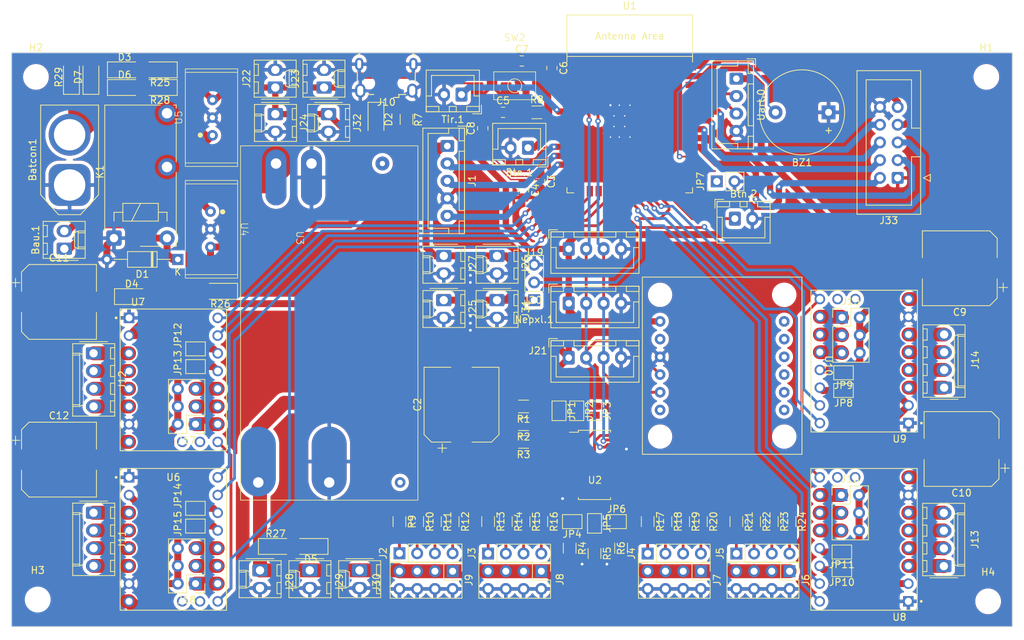
<source format=kicad_pcb>
(kicad_pcb (version 20221018) (generator pcbnew)
  (layers (0 "F.Cu" signal) (31 "B.Cu" signal) (34 "B.Paste" user) (35 "F.Paste" user) (36 "B.SilkS" user "B.Silkscreen") (37 "F.SilkS" user "F.Silkscreen") (38 "B.Mask" user) (39 "F.Mask" user) (44 "Edge.Cuts" user))
  (net 0 "")
  (net 1 "Net-(J11-Pin_1)")
  (net 2 "Net-(J11-Pin_2)")
  (net 3 "Net-(J11-Pin_3)")
  (net 4 "Net-(J11-Pin_4)")
  (net 5 "Net-(J12-Pin_1)")
  (net 6 "Net-(J12-Pin_2)")
  (net 7 "Net-(J12-Pin_3)")
  (net 8 "Net-(J12-Pin_4)")
  (net 9 "Net-(J13-Pin_1)")
  (net 10 "Net-(J13-Pin_2)")
  (net 11 "Net-(J13-Pin_3)")
  (net 12 "Net-(J13-Pin_4)")
  (net 13 "Net-(J14-Pin_1)")
  (net 14 "Net-(J14-Pin_2)")
  (net 15 "Net-(J14-Pin_3)")
  (net 16 "Net-(J14-Pin_4)")
  (net 17 "GND")
  (net 18 "+12V")
  (net 19 "+BATT")
  (net 20 "Bau")
  (net 21 "Net-(JP1-B)")
  (net 22 "Net-(JP2-B)")
  (net 23 "Net-(JP3-B)")
  (net 24 "Net-(JP4-B)")
  (net 25 "Net-(JP5-B)")
  (net 26 "Net-(J2-Pin_1)")
  (net 27 "Net-(J2-Pin_2)")
  (net 28 "Net-(J2-Pin_3)")
  (net 29 "Net-(J2-Pin_4)")
  (net 30 "Net-(J3-Pin_1)")
  (net 31 "Net-(J3-Pin_2)")
  (net 32 "Net-(J3-Pin_3)")
  (net 33 "Net-(J3-Pin_4)")
  (net 34 "Net-(J4-Pin_1)")
  (net 35 "Net-(J4-Pin_2)")
  (net 36 "Net-(J4-Pin_3)")
  (net 37 "Net-(J4-Pin_4)")
  (net 38 "Net-(J5-Pin_1)")
  (net 39 "Net-(J5-Pin_2)")
  (net 40 "Net-(J5-Pin_3)")
  (net 41 "Net-(J5-Pin_4)")
  (net 43 "Net-(JP6-B)")
  (net 44 "SCL")
  (net 45 "SDA")
  (net 46 "+3.3V")
  (net 47 "Net-(U1-U0RXD{slash}GPIO44{slash}CLK_OUT2)")
  (net 48 "Net-(U1-U0TXD{slash}GPIO43{slash}CLK_OUT1)")
  (net 49 "dir1")
  (net 52 "step1")
  (net 53 "StepEn")
  (net 56 "dir2")
  (net 57 "step2")
  (net 60 "dir3")
  (net 61 "step3")
  (net 64 "Net-(D2-A)")
  (net 65 "/Logic/Vinled")
  (net 68 "D-")
  (net 69 "D+")
  (net 70 "Net-(D3-A)")
  (net 71 "Net-(D4-A)")
  (net 72 "Net-(D5-A)")
  (net 73 "Net-(JP7-A)")
  (net 76 "dir4")
  (net 77 "step4")
  (net 79 "+5VP")
  (net 81 "+5V")
  (net 82 "/Logic/Steppers/MS2 1")
  (net 83 "/Logic/Steppers/MS1 1")
  (net 84 "/Logic/Steppers/MS2 2")
  (net 85 "/Logic/Steppers/MS1 2")
  (net 86 "/Logic/Steppers/MS2 3")
  (net 87 "/Logic/Steppers/MS1 3")
  (net 88 "/Logic/Steppers/MS2 4")
  (net 89 "/Logic/Steppers/MS1 4")
  (net 90 "/Logic/Steppers/Chopp")
  (net 91 "Net-(JP14-B)")
  (net 92 "Net-(JP15-B)")
  (net 93 "Net-(JP12-B)")
  (net 94 "Net-(JP13-B)")
  (net 95 "Net-(JP10-B)")
  (net 96 "Net-(JP11-B)")
  (net 97 "Net-(JP8-B)")
  (net 98 "Net-(JP9-B)")
  (net 99 "Net-(J16-Pin_5)")
  (net 100 "Net-(J17-Pin_5)")
  (net 101 "Net-(J18-Pin_5)")
  (net 102 "LIDARRX")
  (net 103 "LIDARTX")
  (net 104 "PWMLIDAR")
  (net 106 "Net-(Btn.1-Pin_1)")
  (net 107 "/Logic/en")
  (net 108 "Net-(U2-LED0)")
  (net 109 "Net-(U2-LED1)")
  (net 110 "Net-(U2-LED2)")
  (net 111 "Net-(U2-LED3)")
  (net 112 "Net-(U2-LED4)")
  (net 113 "Net-(U2-LED5)")
  (net 114 "Net-(U2-LED6)")
  (net 115 "Net-(U2-LED7)")
  (net 116 "Net-(U2-LED8)")
  (net 117 "Net-(U2-LED9)")
  (net 118 "Net-(U2-LED10)")
  (net 119 "Net-(U2-LED11)")
  (net 120 "Net-(U2-LED12)")
  (net 121 "Net-(U2-LED13)")
  (net 122 "Net-(U2-LED14)")
  (net 123 "Net-(U2-LED15)")
  (net 124 "Net-(Tir.1-Pin_1)")
  (net 125 "Net-(D6-A)")
  (net 126 "Net-(D7-A)")
  (net 127 "Nappe1")
  (net 128 "Nappe5")
  (net 129 "Nappe2")
  (net 130 "Nappe6")
  (net 131 "Nappe3")
  (net 132 "Nappe7")
  (net 133 "Nappe4")
  (net 134 "Nappe8")
  (net 135 "Net-(Btn.2-Pin_1)")
  (net 136 "Net-(Nepxl.1-Pin_2)")
  (net 145 "Net-(BZ1-+)")
  (footprint "TMC:BOB_TMC2209_SILENTSTEPSTICK" (layer "F.Cu") (at 98.425 121.92)
    (fp_text reference "U6")
    (fp_text value "Tmc2209")
  )
  (footprint "Connector_JST:JST_XH_B2B-XH-A_1x02_P2.50mm_Vertical" (layer "F.Cu") (at 149.225 65.786 180)
    (fp_text reference "Btn.1")
    (fp_text value "Conn_01x02")
  )
  (footprint "Connector_Molex:Molex_KK-254_AE-6410-02A_1x02_P2.54mm_Vertical" (layer "F.Cu") (at 117.965 126.365 -90)
    (fp_text reference "J29")
    (fp_text value "Conn_01x02")
  )
  (footprint "Connector_Molex:Molex_KK-254_AE-6410-02A_1x02_P2.54mm_Vertical" (layer "F.Cu") (at 137.16 87.63 -90)
    (fp_text reference "J25")
    (fp_text value "Conn_01x02")
  )
  (footprint "Capacitor_SMD:C_0805_2012Metric_Pad1.18x1.45mm_HandSolder" (layer "F.Cu") (at 150.876 70.612 -90)
    (fp_text reference "C3")
    (fp_text value "TBD")
  )
  (footprint "Connector_JST:JST_XH_B5B-XH-A_1x05_P2.50mm_Vertical" (layer "F.Cu") (at 137.668 65.532 -90)
    (fp_text reference "J1")
    (fp_text value "Conn_01x05")
  )
  (footprint "Resistor_SMD:R_1206_3216Metric_Pad1.30x1.75mm_HandSolder" (layer "F.Cu") (at 148.59 119.38 -90)
    (fp_text reference "R15")
    (fp_text value "R_Small")
  )
  (footprint "Connector_Molex:Molex_KK-254_AE-6410-04A_1x04_P2.54mm_Vertical" (layer "F.Cu") (at 86.995 95.25 -90)
    (fp_text reference "J12")
    (fp_text value "Conn_01x04")
  )
  (footprint "LED_SMD:LED_1206_3216Metric_Pad1.42x1.75mm_HandSolder" (layer "F.Cu") (at 105.156 86.36 180)
    (fp_text reference "R26")
    (fp_text value "R_Small")
  )
  (footprint "Resistor_SMD:R_1206_3216Metric_Pad1.30x1.75mm_HandSolder" (layer "F.Cu") (at 148.59 102.87 180)
    (fp_text reference "R1")
    (fp_text value "R")
  )
  (footprint "Capacitor_SMD:C_0805_2012Metric_Pad1.18x1.45mm_HandSolder" (layer "F.Cu") (at 142.748 62.992 90)
    (fp_text reference "C8")
    (fp_text value "TBD")
  )
  (footprint "Connector_Molex:Molex_KK-254_AE-6410-02A_1x02_P2.54mm_Vertical" (layer "F.Cu") (at 110.835 126.365 -90)
    (fp_text reference "J28")
    (fp_text value "Conn_01x02")
  )
  (footprint "Capacitor_SMD:CP_Elec_10x10.5" (layer "F.Cu") (at 139.7 102.616 90)
    (fp_text reference "C2")
    (fp_text value "470µF")
  )
  (footprint "Jumper:SolderJumper-2_P1.3mm_Open_Pad1.0x1.5mm" (layer "F.Cu") (at 153.67 103.49 -90)
    (fp_text reference "JP1")
    (fp_text value "Jumper_2_Open")
  )
  (footprint "Traco:Traco 2- 24xx" (layer "F.Cu") (at 103.886 61.468 90)
    (fp_text reference "U5")
    (fp_text value "TSR_2-2433")
  )
  (footprint "Jumper:SolderJumper-2_P1.3mm_Open_Pad1.0x1.5mm" (layer "F.Cu") (at 155.56 119.38 180)
    (fp_text reference "JP4")
    (fp_text value "Jumper_2_Open")
  )
  (footprint "TMC:BOB_TMC2209_SILENTSTEPSTICK" (layer "F.Cu") (at 98.425 99.06)
    (fp_text reference "U7")
    (fp_text value "~Tmc2209")
  )
  (footprint "Jumper:SolderJumper-2_P1.3mm_Open_Pad1.0x1.5mm" (layer "F.Cu") (at 101.585 120.015)
    (fp_text reference "JP15")
    (fp_text value "Jumper_2_Open")
  )
  (footprint "TMC:BOB_TMC2209_SILENTSTEPSTICK" (layer "F.Cu") (at 197.384 96.366 180)
    (fp_text reference "U9")
    (fp_text value "Tmc2209")
  )
  (footprint "Connector_Molex:Molex_KK-254_AE-6410-02A_1x02_P2.54mm_Vertical" (layer "F.Cu") (at 82.804 80.264 90)
    (fp_text reference "Bau.1")
    (fp_text value "Conn_01x02")
  )
  (footprint "Resistor_SMD:R_1206_3216Metric_Pad1.30x1.75mm_HandSolder" (layer "F.Cu") (at 155.194 123.19 -90)
    (fp_text reference "R4")
    (fp_text value "R")
  )
  (footprint "Jumper:SolderJumper-2_P1.3mm_Open_Pad1.0x1.5mm" (layer "F.Cu") (at 194.188 126.275 180)
    (fp_text reference "JP10")
    (fp_text value "Jumper_2_Open")
  )
  (footprint "Connector_JST:JST_XH_B4B-XH-A_1x04_P2.50mm_Vertical" (layer "F.Cu") (at 155.06 95.885)
    (fp_text reference "J21")
    (fp_text value "Conn_01x04")
  )
  (footprint "Connector_PinHeader_2.54mm:PinHeader_2x04_P2.54mm_Vertical" (layer "F.Cu") (at 151.13 126.492 -90)
    (fp_text reference "J8")
    (fp_text value "Conn_02x04_Odd_Even")
  )
  (footprint "Resistor_SMD:R_1206_3216Metric_Pad1.30x1.75mm_HandSolder" (layer "F.Cu") (at 186.69 119.38 -90)
    (fp_text reference "R24")
    (fp_text value "R_Small")
  )
  (footprint "Resistor_SMD:R_1206_3216Metric_Pad1.30x1.75mm_HandSolder" (layer "F.Cu") (at 162.56 123.19 -90)
    (fp_text reference "R6")
    (fp_text value "R")
  )
  (footprint "Jumper:SolderJumper-2_P1.3mm_Open_Pad1.0x1.5mm" (layer "F.Cu") (at 194.422 98.044 180)
    (fp_text reference "JP9")
    (fp_text value "Jumper_2_Open")
  )
  (footprint "Resistor_SMD:R_1206_3216Metric_Pad1.30x1.75mm_HandSolder" (layer "F.Cu") (at 181.61 119.38 -90)
    (fp_text reference "R22")
    (fp_text value "R_Small")
  )
  (footprint "LED_SMD:LED_1206_3216Metric_Pad1.42x1.75mm_HandSolder" (layer "F.Cu") (at 96.52 57.15 180)
    (fp_text reference "R28")
    (fp_text value "R_Small")
  )
  (footprint "Connector_JST:JST_XH_B2B-XH-A_1x02_P2.50mm_Vertical" (layer "F.Cu") (at 178.856 75.946)
    (fp_text reference "Btn.2")
    (fp_text value "Conn_01x02")
  )
  (footprint "Jumper:SolderJumper-2_P1.3mm_Open_Pad1.0x1.5mm" (layer "F.Cu") (at 161.91 119.38)
    (fp_text reference "JP6")
    (fp_text value "Jumper_2_Open")
  )
  (footprint "Relay_THT:Relay_SPST_TE_PCH-1xxx2M" (layer "F.Cu") (at 89.916 78.74 90)
    (fp_text reference "K1")
    (fp_text value "TE_PCH-1xxx2M")
  )
  (footprint "Resistor_SMD:R_1206_3216Metric_Pad1.30x1.75mm_HandSolder" (layer "F.Cu") (at 171.45 119.38 -90)
    (fp_text reference "R19")
    (fp_text value "R_Small")
  )
  (footprint "Connector_Molex:Molex_KK-254_AE-6410-02A_1x02_P2.54mm_Vertical" (layer "F.Cu") (at 113.03 60.96 -90)
    (fp_text reference "J24")
    (fp_text value "Conn_01x02")
  )
  (footprint "Connector_PinHeader_2.54mm:PinHeader_1x04_P2.54mm_Vertical" (layer "F.Cu") (at 166.37 123.952 90)
    (fp_text reference "J4")
    (fp_text value "Conn_01x04")
  )
  (footprint "MountingHole:MountingHole_3.2mm_M3" (layer "F.Cu") (at 215.138 130.81)
    (fp_text reference "H4")
    (fp_text value "MountingHole")
  )
  (footprint "Capacitor_SMD:C_0805_2012Metric_Pad1.18x1.45mm_HandSolder" (layer "F.Cu") (at 152.654 54.356 -90)
    (fp_text reference "C6")
    (fp_text value "22µF")
  )
  (footprint "Connector_Molex:Molex_KK-254_AE-6410-02A_1x02_P2.54mm_Vertical" (layer "F.Cu") (at 120.65 60.96 -90)
    (fp_text reference "J32")
    (fp_text value "Conn_01x02")
  )
  (footprint "Connector_JST:JST_XH_B4B-XH-A_1x04_P2.50mm_Vertical" (layer "F.Cu") (at 155.06 88.085)
    (fp_text reference "J20")
    (fp_text value "Conn_01x04")
  )
  (footprint "Connector_JST:JST_XH_B2B-XH-A_1x02_P2.50mm_Vertical" (layer "F.Cu") (at 139.7 58.166 180)
    (fp_text reference "Tir.1")
    (fp_text value "Conn_01x02")
  )
  (footprint "Jumper:SolderJumper-2_P1.3mm_Open_Pad1.0x1.5mm" (layer "F.Cu") (at 194.422 100.584 180)
    (fp_text reference "JP8")
    (fp_text value "Jumper_2_Open")
  )
  (footprint "Capacitor_SMD:CP_Elec_10x10.5" (layer "F.Cu") (at 211.074 83.058 180)
    (fp_text reference "C9")
    (fp_text value "100µF")
  )
  (footprint "Capacitor_SMD:C_0805_2012Metric_Pad1.18x1.45mm_HandSolder" (layer "F.Cu") (at 145.6475 60.706)
    (fp_text reference "C5")
    (fp_text value "0.1µF")
  )
  (footprint "TMC:BOB_TMC2209_SILENTSTEPSTICK" (layer "F.Cu") (at 197.358 121.92 180)
    (fp_text reference "U8")
    (fp_text value "Tmc2209")
  )
  (footprint "MountingHole:MountingHole_3.2mm_M3" (layer "F.Cu") (at 78.994 130.556)
    (fp_text reference "H3")
    (fp_text value "MountingHole")
  )
  (footprint "Traco:Traco TEN 50 series" (layer "F.Cu") (at 120.65 90.805 -90)
    (fp_text reference "U3")
    (fp_text value "TEN_50-2411WI")
  )
  (footprint "Connector_PinHeader_2.54mm:PinHeader_2x04_P2.54mm_Vertical" (layer "F.Cu") (at 186.69 126.492 -90)
    (fp_text reference "J6")
    (fp_text value "Conn_02x04_Odd_Even")
  )
  (footprint "LED_SMD:LED_1206_3216Metric_Pad1.42x1.75mm_HandSolder" (layer "F.Cu") (at 83.82 55.6625 90)
    (fp_text reference "R29")
    (fp_text value "R_Small")
  )
  (footprint "Adafruit:BNO085" (layer "F.Cu") (at 177.038 97.028 -90)
    (fp_text reference "U10")
    (fp_text value "~")
  )
  (footprint "Connector_IDC:IDC-Header_2x05_P2.54mm_Vertical" (layer "F.Cu") (at 202.184 70.104 180)
    (fp_text reference "J33")
    (fp_text value "Conn_02x05_Odd_Even")
  )
  (footprint "Capacitor_SMD:C_0805_2012Metric_Pad1.18x1.45mm_HandSolder" (layer "F.Cu") (at 148.59 71.882 -90)
    (fp_text reference "C4")
    (fp_text value "TBD")
  )
  (footprint "Connector_Molex:Molex_KK-254_AE-6410-04A_1x04_P2.54mm_Vertical" (layer "F.Cu") (at 86.995 118.11 -90)
    (fp_text reference "J11")
    (fp_text value "Conn_01x04")
  )
  (footprint "Connector_PinHeader_2.54mm:PinHeader_2x04_P2.54mm_Vertical" (layer "F.Cu") (at 138.43 126.492 -90)
    (fp_text reference "J9")
    (fp_text value "Conn_02x04_Odd_Even")
  )
  (footprint "Resistor_SMD:R_1206_3216Metric_Pad1.30x1.75mm_HandSolder" (layer "F.Cu") (at 146.05 119.38 -90)
    (fp_text reference "R14")
    (fp_text value "R_Small")
  )
  (footprint "Connector_PinHeader_2.54mm:PinHeader_2x03_P2.54mm_Vertical" (layer "F.Cu") (at 101.6 128.27 180)
    (fp_text reference "J18")
    (fp_text value "Conn_02x03_Odd_Even")
  )
  (footprint "Resistor_SMD:R_1206_3216Metric_Pad1.30x1.75mm_HandSolder" (layer "F.Cu") (at 158.75 123.952 -90)
    (fp_text reference "R5")
    (fp_text value "R")
  )
  (footprint "Connector_PinHeader_2.54mm:PinHeader_2x03_P2.54mm_Vertical" (layer "F.Cu") (at 194.1118 115.5816)
    (fp_text reference "J16")
    (fp_text value "Conn_02x03_Odd_Even")
  )
  (footprint "Package_SO:TSSOP-28_4.4x9.7mm_P0.65mm" (layer "F.Cu") (at 158.75 111.252)
    (fp_text reference "U2")
    (fp_text value "PCA9685PW")
  )
  (footprint "Capacitor_SMD:C_0805_2012Metric_Pad1.18x1.45mm_HandSolder" (layer "F.Cu") (at 148.336 53.34)
    (fp_text reference "C7")
    (fp_text value "0.1µF")
  )
  (footprint "Connector_Molex:Molex_KK-254_AE-6410-02A_1x02_P2.54mm_Vertical" (layer "F.Cu") (at 113.03 57.15 90)
    (fp_text reference "J22")
    (fp_text value "Conn_01x02")
  )
  (footprint "Connector_PinHeader_2.54mm:PinHeader_2x04_P2.54mm_Vertical" (layer "F.Cu") (at 173.99 126.492 -90)
    (fp_text reference "J7")
    (fp_text value "Conn_02x04_Odd_Even")
  )
  (footprint "Connector_PinHeader_2.54mm:PinHeader_1x02_P2.54mm_Vertical" (layer "F.Cu") (at 176.271 70.612 90)
    (fp_text reference "JP7")
    (fp_text value "Jumper_2_Open")
  )
  (footprint "Connector_AMASS:AMASS_XT60-F_1x02_P7.20mm_Vertical" (layer "F.Cu") (at 83.566 71.12 90)
    (fp_text reference "Batcon1")
    (fp_text value "Conn_01x02")
  )
  (footprint "Resistor_SMD:R_1206_3216Metric_Pad1.30x1.75mm_HandSolder" (layer "F.Cu") (at 150.495 60.706)
    (fp_text reference "R8")
    (fp_text value "TBD")
  )
  (footprint "LED_SMD:LED_1206_3216Metric_Pad1.42x1.75mm_HandSolder" (layer "F.Cu") (at 113.0665 122.936)
    (fp_text reference "R27")
    (fp_text value "R_Small")
  )
  (footprint "Resistor_SMD:R_1206_3216Metric_Pad1.30x1.75mm_HandSolder" (layer "F.Cu") (at 138.43 119.38 -90)
    (fp_text reference "R12")
    (fp_text value "R_Small")
  )
  (footprint "LED_SMD:LED_1206_3216Metric_Pad1.42x1.75mm_HandSolder" (layer "F.Cu") (at 118.11 122.936 180)
    (fp_text reference "D5")
    (fp_text value "LED_Small")
  )
  (footprint "Jumper:SolderJumper-2_P1.3mm_Open_Pad1.0x1.5mm" (layer "F.Cu") (at 158.75 119.634 -90)
    (fp_text reference "JP5")
    (fp_text value "Jumper_2_Open")
  )
  (footprint "Traco:Traco 2- 24xx" (layer "F.Cu") (at 103.886 77.47 -90)
    (fp_text reference "U4")
    (fp_text value "TSR_2-2450")
  )
  (footprint "Resistor_SMD:R_1206_3216Metric_Pad1.30x1.75mm_HandSolder" (layer "F.Cu") (at 179.07 119.38 -90)
    (fp_text reference "R21")
    (fp_text value "R_Small")
  )
  (footprint "Jumper:SolderJumper-2_P1.3mm_Open_Pad1.0x1.5mm" (layer "F.Cu") (at 194.188 123.735 180)
    (fp_text reference "JP11")
    (fp_text value "Jumper_2_Open")
  )
  (footprint "Connector_PinHeader_2.54mm:PinHeader_1x04_P2.54mm_Vertical" (layer "F.Cu") (at 130.81 123.922 90)
    (fp_text reference "J2")
    (fp_text value "Conn_01x04")
  )
  (footprint "Connector_PinHeader_2.54mm:PinHeader_1x04_P2.54mm_Vertical" (layer "F.Cu") (at 179.07 123.952 90)
    (fp_text reference "J5")
    (fp_text value "Conn_01x04")
  )
  (footprint "Wurth:WS-TASV SMT Tact Switch" (layer "F.Cu") (at 147.32 56.896)
    (fp_text reference "SW2")
    (fp_text value "WS-TASV SMT Tact Switch 6.0x3.8 mm")
  )
  (footprint "Resistor_SMD:R_1206_3216Metric_Pad1.30x1.75mm_HandSolder" (layer "F.Cu") (at 131.826 61.722 90)
    (fp_text reference "R7")
    (fp_text value "R_Small")
  )
  (footprint "Capacitor_SMD:CP_Elec_10x10.5" (layer "F.Cu") (at 82.042 110.49)
    (fp_text reference "C12")
    (fp_text value "100µF")
  )
  (footprint "Connector_Molex:Molex_KK-254_AE-6410-02A_1x02_P2.54mm_Vertical" (layer "F.Cu") (at 144.78 81.28 -90)
    (fp_text reference "J26")
    (fp_text value "Conn_01x02")
  )
  (footprint "Jumper:SolderJumper-2_P1.3mm_Open_Pad1.0x1.5mm" (layer "F.Cu") (at 101.6 94.615)
    (fp_text reference "JP12")
    (fp_text value "Jumper_2_Open")
  )
  (footprint "Resistor_SMD:R_1206_3216Metric_Pad1.30x1.75mm_HandSolder" (layer "F.Cu") (at 184.15 119.38 -90)
    (fp_text reference "R23")
    (fp_text value "R_Small")
  )
  (footprint "Connector_PinHeader_2.54mm:PinHeader_2x03_P2.54mm_Vertical" (layer "F.Cu") (at 101.6 105.41 180)
    (fp_text reference "J17")
    (fp_text value "Conn_02x03_Odd_Even")
  )
  (footprint "Connector_PinHeader_2.54mm:PinHeader_1x04_P2.54mm_Vertical" (layer "F.Cu") (at 143.51 123.952 90)
    (fp_text reference "J3")
    (fp_text value "Conn_01x04")
  )
  (footprint "Connector_Molex:Molex_KK-254_AE-6410-02A_1x02_P2.54mm_Vertical" (layer "F.Cu") (at 137.16 81.28 -90)
    (fp_text reference "J27")
    (fp_text value "Conn_01x02")
  )
  (footprint "Resistor_SMD:R_1206_3216Metric_Pad1.30x1.75mm_HandSolder" (layer "F.Cu") (at 166.37 119.38 -90)
    (fp_text reference "R17")
    (fp_text value "R_Small")
  )
  (footprint "Jumper:SolderJumper-2_P1.3mm_Open_Pad1.0x1.5mm" (layer "F.Cu") (at 101.585 117.475)
    (fp_text reference "JP14")
    (fp_text value "Jumper_2_Open")
  )
  (footprint "Resistor_SMD:R_1206_3216Metric_Pad1.30x1.75mm_HandSolder" (layer "F.Cu") (at 151.13 119.38 -90)
    (fp_text reference "R16")
    (fp_text value "R_Small")
  )
  (footprint "Resistor_SMD:R_1206_3216Metric_Pad1.30x1.75mm_HandSolder" (layer "F.Cu") (at 168.91 119.38 -90)
    (fp_text reference "R18")
    (fp_text value "R_Small")
  )
  (footprint "Connector_Molex:Molex_KK-254_AE-6410-04A_1x04_P2.54mm_Vertical" (layer "F.Cu") (at 208.839 100.176 90)
    (fp_text reference "J14")
    (fp_text value "Conn_01x04")
  )
  (footprint "Connector_PinSocket_2.54mm:PinSocket_1x03_P2.54mm_Vertical" (layer "F.Cu") (at 150.114 87.63 180)
    (fp_text reference "Nepxl.1")
    (fp_text value "Conn_01x03")
  )
  (footprint "Connector_USB:USB_Micro-B_Wuerth_629105150521" (layer "F.Cu") (at 128.925 55.75 180)
    (fp_text reference "J10")
    (fp_text value "USB_B_Micro")
  )
  (footprint "Connector_JST:JST_XH_B4B-XH-A_1x04_P2.50mm_Vertical" (layer "F.Cu") (at 155.06 80.285)
    (fp_text reference "J19")
    (fp_text value "Conn_01x04")
  )
  (footprint "Resistor_SMD:R_1206_3216Metric_Pad1.30x1.75mm_HandSolder" (layer "F.Cu") (at 143.51 119.38 -90)
    (fp_text reference "R13")
    (fp_text value "R_Small")
  )
  (footprint "Resistor_SMD:R_1206_3216Metric_Pad1.30x1.75mm_HandSolder" (layer "F.Cu") (at 148.59 105.41 180)
    (fp_text reference "R2")
    (fp_text value "R")
  )
  (footprint "LED_SMD:LED_1206_3216Metric_Pad1.42x1.75mm_HandSolder" (layer "F.Cu") (at 91.44 57.15)
    (fp_text reference "D6")
    (fp_text value "LED_Small")
  )
  (footprint "Jumper:SolderJumper-2_P1.3mm_Open_Pad1.0x1.5mm" (layer "F.Cu") (at 158.75 103.49 -90)
    (fp_text reference "JP3")
    (fp_text value "Jumper_2_Open")
  )
  (footprint "Resistor_SMD:R_1206_3216Metric_Pad1.30x1.75mm_HandSolder" (layer "F.Cu") (at 148.59 107.95 180)
    (fp_text reference "R3")
    (fp_text value "R")
  )
  (footprint "LED_SMD:LED_1206_3216Metric_Pad1.42x1.75mm_HandSolder" (layer "F.Cu") (at 96.52 54.61 180)
    (fp_text reference "R25")
    (fp_text value "R_Small")
  )
  (footprint "LED_SMD:LED_1206_3216Metric_Pad1.42x1.75mm_HandSolder" (layer "F.Cu") (at 91.44 54.61)
    (fp_text reference "D3")
    (fp_text value "LED_Small")
  )
  (footprint "Resistor_SMD:R_1206_3216Metric_Pad1.30x1.75mm_HandSolder" (layer "F.Cu") (at 135.89 119.38 -90)
    (fp_text reference "R11")
    (fp_text value "R_Small")
  )
  (footprint "LED_SMD:LED_1206_3216Metric_Pad1.42x1.75mm_HandSolder" (layer "F.Cu") (at 86.614 55.6625 90)
    (fp_text reference "D7")
    (fp_text value "LED_Small")
  )
  (footprint "Connector_Molex:Molex_KK-254_AE-6410-02A_1x02_P2.54mm_Vertical" (layer "F.Cu") (at 120.015 57.15 90)
    (fp_text reference "J23")
    (fp_text value "Conn_01x02")
  )
  (footprint "Resistor_SMD:R_1206_3216Metric_Pad1.30x1.75mm_HandSolder" (layer "F.Cu") (at 130.81 119.38 -90)
    (fp_text reference "R9")
    (fp_text value "R_Small")
  )
  (footprint "LED_SMD:LED_1206_3216Metric_Pad1.42x1.75mm_HandSolder" (layer "F.Cu") (at 92.456 87.122)
    (fp_text reference "D4")
    (fp_text value "LED_Small")
  )
  (footprint "Connector_Molex:Molex_KK-254_AE-6410-04A_1x04_P2.54mm_Vertical" (layer "F.Cu") (at 208.793 125.76 90)
    (fp_text reference "J13")
    (fp_text value "Conn_01x04")
  )
  (footprint "Buzzer_Beeper:Buzzer_12x9.5RM7.6" (layer "F.Cu") (at 192.278 60.706 180)
    (fp_text reference "BZ1")
    (fp_text value "Buzzer")
  )
  (footprint "Capacitor_SMD:CP_Elec_10x10.5" (layer "F.Cu") (at 211.328 108.966 180)
    (fp_text reference "C10")
    (fp_text value "100µF")
  )
  (footprint "Connector_PinHeader_2.54mm:PinHeader_2x03_P2.54mm_Vertical" (layer "F.Cu") (at 194.209 90.116)
    (fp_text reference "J15")
    (fp_text value "Conn_02x03_Odd_Even")
  )
  (footprint "Jumper:SolderJumper-2_P1.3mm_Open_Pad1.0x1.5mm" (layer "F.Cu") (at 101.6 97.155)
    (fp_text reference "JP13")
    (fp_text value "Jumper_2_Open")
  )
  (footprint "Espressif:ESP32-S3-WROOM-1" (layer "F.Cu") (at 163.8 62.5)
    (fp_text reference "U1")
    (fp_text value "ESP32-S3-WROOM-1")
  )
  (footprint "Capacitor_SMD:CP_Elec_10x10.5" (layer "F.Cu") (at 82.042 87.884)
    (fp_text reference "C11")
    (fp_text value "100µF")
  )
  (footprint "MountingHole:MountingHole_3.2mm_M3" (layer "F.Cu") (at 214.884 55.626)
    (fp_text reference "H1")
    (fp_text value "MountingHole")
  )
  (footprint "Jumper:SolderJumper-2_P1.3mm_Open_Pad1.0x1.5mm" (layer "F.Cu") (at 156.21 103.49 -90)
    (fp_text reference "JP2")
    (fp_text value "Jumper_2_Open")
  )
  (footprint "MountingHole:MountingHole_3.2mm_M3" (layer "F.Cu") (at 78.74 55.626)
    (fp_text reference "H2")
    (fp_text value "MountingHole")
  )
  (footprint "Connector_JST:JST_XH_B4B-XH-A_1x04_P2.50mm_Vertical" (layer "F.Cu") (at 179.07 55.88 -90)
    (fp_text reference "Uart.0")
    (fp_text value "Conn_01x04")
  )
  (footprint "Connector_Molex:Molex_KK-254_AE-6410-02A_1x02_P2.54mm_Vertical" (layer "F.Cu") (at 125.095 126.365 -90)
    (fp_text reference "J30")
    (fp_text value "Conn_01x02")
  )
  (footprint "Connector_Molex:Molex_KK-254_AE-6410-02A_1x02_P2.54mm_Vertical" (layer "F.Cu") (at 144.78 87.63 -90)
    (fp_text reference "J31")
    (fp_text value "Conn_01x02")
  )
  (footprint "LED_SMD:LED_1206_3216Metric_Pad1.42x1.75mm_HandSolder" (layer "F.Cu") (at 127.45 61.722 -90)
    (fp_text reference "D2")
    (fp_text value "LED_Small")
  )
  (footprint "Diode_THT:D_DO-35_SOD27_P10.16mm_Horizontal" (layer "F.Cu") (at 99.06 81.788 180)
    (fp_text reference "D1")
    (fp_text value "D")
  )
  (footprint "Resistor_SMD:R_1206_3216Metric_Pad1.30x1.75mm_HandSolder" (layer "F.Cu") (at 133.35 119.38 -90)
    (fp_text reference "R10")
    (fp_text value "R_Small")
  )
  (footprint "Resistor_SMD:R_1206_3216Metric_Pad1.30x1.75mm_HandSolder" (layer "F.Cu") (at 173.99 119.38 -90)
    (fp_text reference "R20")
    (fp_text value "R_Small")
  )
  (gr_rect (start 75.255 52.165) (end 218.605 134.425) (stroke (width 0.1)) (fill none) (layer "Edge.Cuts"))
  (segment (start 86.995 118.11) (end 92.075 118.11) (width 2) (layer "F.Cu") (net 1))
  (segment (start 86.995 120.65) (end 92.075 120.65) (width 2) (layer "F.Cu") (net 2))
  (segment (start 86.995 123.19) (end 92.075 123.19) (width 2) (layer "F.Cu") (net 3))
  (segment (start 86.995 125.73) (end 92.075 125.73) (width 2) (layer "F.Cu") (net 4))
  (segment (start 92.075 95.25) (end 86.995 95.25) (width 2) (layer "F.Cu") (net 5))
  (segment (start 86.995 97.79) (end 92.075 97.79) (width 2) (layer "F.Cu") (net 6))
  (segment (start 86.995 100.33) (end 92.075 100.33) (width 2) (layer "F.Cu") (net 7))
  (segment (start 92.075 102.87) (end 86.995 102.87) (width 2) (layer "F.Cu") (net 8))
  (segment (start 203.708 125.73) (end 208.763 125.73) (width 2) (layer "F.Cu") (net 9))
  (segment (start 208.763 125.73) (end 208.793 125.76) (width 2) (layer "F.Cu") (net 9))
  (segment (start 208.763 123.19) (end 208.793 123.22) (width 2) (layer "F.Cu") (net 10))
  (segment (start 203.708 123.19) (end 208.763 123.19) (width 2) (layer "F.Cu") (net 10))
  (segment (start 208.763 120.65) (end 208.793 120.68) (width 2) (layer "F.Cu") (net 11))
  (segment (start 203.708 120.65) (end 208.763 120.65) (width 2) (layer "F.Cu") (net 11))
  (segment (start 208.763 118.11) (end 208.793 118.14) (width 2) (layer "F.Cu") (net 12))
  (segment (start 203.708 118.11) (end 208.763 118.11) (width 2) (layer "F.Cu") (net 12))
  (segment (start 203.734 100.176) (end 208.839 100.176) (width 2) (layer "F.Cu") (net 13))
  (segment (start 208.839 97.636) (end 203.734 97.636) (width 2) (layer "F.Cu") (net 14))
  (segment (start 203.734 95.096) (end 208.839 95.096) (width 2) (layer "F.Cu") (net 15))
  (segment (start 203.734 92.556) (end 208.839 92.556) (width 2) (layer "F.Cu") (net 16))
  (segment (start 160.528 125.476) (end 158.776 125.476) (width 0.4) (layer "F.Cu") (net 17))
  (segment (start 155.194 124.74) (end 156.236 124.74) (width 0.4) (layer "F.Cu") (net 17))
  (segment (start 88.9 79.756) (end 89.916 78.74) (width 1) (layer "F.Cu") (net 17))
  (segment (start 161.264 124.74) (end 160.528 125.476) (width 0.4) (layer "F.Cu") (net 17))
  (segment (start 155.8875 115.477) (end 154.779 115.477) (width 0.4) (layer "F.Cu") (net 17))
  (segment (start 158.776 125.476) (end 158.75 125.502) (width 0.4) (layer "F.Cu") (net 17))
  (segment (start 162.56 124.74) (end 161.264 124.74) (width 0.4) (layer "F.Cu") (net 17))
  (segment (start 127.575 57.6) (end 127.625 57.65) (width 0.25) (layer "F.Cu") (net 17))
  (segment (start 88.9 81.788) (end 88.9 79.756) (width 1) (layer "F.Cu") (net 17))
  (segment (start 163.322 108.977) (end 161.6125 108.977) (width 0.4) (layer "F.Cu") (net 17))
  (segment (start 156.972 125.476) (end 158.724 125.476) (width 0.4) (layer "F.Cu") (net 17))
  (segment (start 154.779 115.477) (end 154.178 116.078) (width 0.4) (layer "F.Cu") (net 17))
  (segment (start 158.724 125.476) (end 158.75 125.502) (width 0.4) (layer "F.Cu") (net 17))
  (segment (start 156.236 124.74) (end 156.972 125.476) (width 0.4) (layer "F.Cu") (net 17))
  (segment (start 125.2 57.6) (end 127.575 57.6) (width 0.25) (layer "F.Cu") (net 17))
  (via (at 140.97 84.074) (size 0.8) (drill 0.4) (layers "F.Cu" "B.Cu") (net 17))
  (via (at 156.972 125.476) (size 0.8) (drill 0.4) (layers "F.Cu" "B.Cu") (net 17))
  (via (at 161.544 61.214) (size 0.5) (drill 0.2) (layers "F.Cu" "B.Cu") (net 17))
  (via (at 160.528 125.476) (size 0.8) (drill 0.4) (layers "F.Cu" "B.Cu") (net 17))
  (via (at 140.97 85.09) (size 0.8) (drill 0.4) (layers "F.Cu" "B.Cu") (net 17))
  (via (at 140.97 90.932) (size 0.8) (drill 0.4) (layers "F.Cu" "B.Cu") (net 17))
  (via (at 163.322 108.977) (size 0.8) (drill 0.4) (layers "F.Cu" "B.Cu") (net 17))
  (via (at 163.83 64.262) (size 0.5) (drill 0.2) (layers "F.Cu" "B.Cu") (net 17))
  (via (at 140.97 89.916) (size 0.8) (drill 0.4) (layers "F.Cu" "B.Cu") (net 17))
  (via (at 140.97 83.058) (size 0.8) (drill 0.4) (layers "F.Cu" "B.Cu") (net 17))
  (via (at 163.068 62.738) (size 0.5) (drill 0.2) (layers "F.Cu" "B.Cu") (net 17))
  (via (at 161.544 62.738) (size 0.5) (drill 0.2) (layers "F.Cu" "B.Cu") (net 17))
  (via (at 163.068 61.214) (size 0.5) (drill 0.2) (layers "F.Cu" "B.Cu") (net 17))
  (via (at 140.97 91.948) (size 0.8) (drill 0.4) (layers "F.Cu" "B.Cu") (net 17))
  (via (at 162.306 64.262) (size 0.5) (drill 0.2) (layers "F.Cu" "B.Cu") (net 17))
  (via (at 161.036 59.69) (size 0.5) (drill 0.3) (layers "F.Cu" "B.Cu") (net 17))
  (via (at 161.036 64.262) (size 0.5) (drill 0.2) (layers "F.Cu" "B.Cu") (net 17))
  (via (at 162.306 59.69) (size 0.5) (drill 0.2) (layers "F.Cu" "B.Cu") (net 17))
  (via (at 154.178 116.078) (size 0.8) (drill 0.4) (layers "F.Cu" "B.Cu") (net 17))
  (via (at 163.83 59.69) (size 0.5) (drill 0.2) (layers "F.Cu" "B.Cu") (net 17))
  (segment (start 77.842 110.49) (end 78.93 111.578) (width 2) (layer "F.Cu") (net 18))
  (segment (start 94.615 133.35) (end 205.994 133.35) (width 2) (layer "F.Cu") (net 18))
  (segment (start 100.584 71.608) (end 97.516 68.54) (width 2) (layer "F.Cu") (net 18))
  (segment (start 103.01 69.67) (end 103.01 65.024) (width 1) (layer "F.Cu") (net 18))
  (segment (start 205.994 133.35) (end 215.646 123.698) (width 2) (layer "F.Cu") (net 18))
  (segment (start 215.646 123.698) (end 215.646 117.602) (width 2) (layer "F.Cu") (net 18))
  (segment (start 81.788 106.553) (end 81.788 93.758) (width 2) (layer "F.Cu") (net 18))
  (segment (start 101.092 61.976) (end 101.092 60.2345) (width 0.9) (layer "F.Cu") (net 18))
  (segment (start 81.026 84.836) (end 100.076 84.836) (width 2) (layer "F.Cu") (net 18))
  (segment (start 211.174 87.476) (end 211.174 87.308) (width 2) (layer "F.Cu") (net 18))
  (segment (start 101.092 83.82) (end 101.092 80.01) (width 2) (layer "F.Cu") (net 18))
  (segment (start 103.01 65.024) (end 104.026 64.008) (width 1) (layer "F.Cu") (net 18))
  (segment (start 103.124 64.008) (end 101.092 61.976) (width 0.9) (layer "F.Cu") (net 18))
  (segment (start 77.842 87.884) (end 77.978 87.884) (width 2) (layer "F.Cu") (net 18))
  (segment (start 215.678 91.98) (end 211.174 87.476) (width 2) (layer "F.Cu") (net 18))
  (segment (start 92.075 107.95) (end 83.185 107.95) (width 2) (layer "F.Cu") (net 18))
  (segment (start 101.092 60.2345) (end 98.0075 57.15) (width 0.9) (layer "F.Cu") (net 18))
  (segment (start 98.786 69.81) (end 97.516 68.54) (width 5) (layer "F.Cu") (net 18))
  (segment (start 102.87 69.81) (end 102.87 74.054) (width 1) (layer "F.Cu") (net 18))
  (segment (start 83.185 107.95) (end 81.788 106.553) (width 2) (layer "F.Cu") (net 18))
  (segment (start 78.93 123.888) (end 85.852 130.81) (width 2) (layer "F.Cu") (net 18))
  (segment (start 85.852 130.81) (end 92.075 130.81) (width 2) (layer "F.Cu") (net 18))
  (segment (start 80.518 107.95) (end 77.978 110.49) (width 2) (layer "F.Cu") (net 18))
  (segment (start 92.075 130.81) (end 94.615 133.35) (width 2) (layer "F.Cu") (net 18))
  (segment (start 102.87 74.054) (end 103.746 74.93) (width 1) (layer "F.Cu") (net 18))
  (segment (start 211.614 113.03) (end 215.678 108.966) (width 2) (layer "F.Cu") (net 18))
  (segment (start 101.092 80.01) (end 100.584 79.502) (width 2) (layer "F.Cu") (net 18))
  (segment (start 211.174 87.476) (end 203.734 87.476) (width 2) (layer "F.Cu") (net 18))
  (segment (start 215.646 117.602) (end 211.074 113.03) (width 2) (layer "F.Cu") (net 18))
  (segment (start 83.185 107.95) (end 80.518 107.95) (width 2) (layer "F.Cu") (net 18))
  (segment (start 77.978 87.884) (end 81.026 84.836) (width 2) (layer "F.Cu") (net 18))
  (segment (start 78.93 111.578) (end 78.93 123.888) (width 2) (layer "F.Cu") (net 18))
  (segment (start 81.788 93.758) (end 77.842 89.812) (width 2) (layer "F.Cu") (net 18))
  (segment (start 211.174 87.308) (end 215.424 83.058) (width 2) (layer "F.Cu") (net 18))
  (segment (start 100.584 79.502) (end 100.584 71.608) (width 2) (layer "F.Cu") (net 18))
  (segment (start 104.026 64.008) (end 103.124 64.008) (width 0.9) (layer "F.Cu") (net 18))
  (segment (start 102.87 69.81) (end 111.365 69.81) (width 5) (layer "F.Cu") (net 18))
  (segment (start 211.074 113.03) (end 211.614 113.03) (width 2) (layer "F.Cu") (net 18))
  (segment (start 111.365 69.81) (end 113.13 68.045) (width 5) (layer "F.Cu") (net 18))
  (segment (start 215.678 108.966) (end 215.678 91.98) (width 2) (layer "F.Cu") (net 18))
  (segment (start 102.87 69.81) (end 98.786 69.81) (width 5) (layer "F.Cu") (net 18))
  (segment (start 102.87 69.81) (end 103.01 69.67) (width 1) (layer "F.Cu") (net 18))
  (segment (start 100.076 84.836) (end 101.092 83.82) (width 2) (layer "F.Cu") (net 18))
  (segment (start 77.842 89.812) (end 77.842 87.884) (width 2) (layer "F.Cu") (net 18))
  (segment (start 211.074 113.03) (end 203.708 113.03) (width 2) (layer "F.Cu") (net 18))
  (segment (start 77.978 110.49) (end 77.842 110.49) (width 2) (layer "F.Cu") (net 18))
  (segment (start 97.516 60.84) (end 93.98 64.376) (width 1) (layer "F.Cu") (net 19))
  (segment (start 85.852 75.184) (end 83.312 77.724) (width 1) (layer "F.Cu") (net 19))
  (segment (start 83.82 63.666) (end 83.566 63.92) (width 0.9) (layer "F.Cu") (net 19))
  (segment (start 93.98 64.376) (end 93.98 72.644) (width 1) (layer "F.Cu") (net 19))
  (segment (start 93.98 72.644) (end 91.44 75.184) (width 1) (layer "F.Cu") (net 19))
  (segment (start 86.646 60.84) (end 97.516 60.84) (width 4) (layer "F.Cu") (net 19))
  (segment (start 91.44 75.184) (end 85.852 75.184) (width 1) (layer "F.Cu") (net 19))
  (segment (start 83.312 77.724) (end 82.804 77.724) (width 1) (layer "F.Cu") (net 19))
  (segment (start 83.566 63.92) (end 86.646 60.84) (width 4) (layer "F.Cu") (net 19))
  (segment (start 83.82 57.15) (end 83.82 63.666) (width 0.9) (layer "F.Cu") (net 19))
  (segment (start 86.995 76.835) (end 93.325 76.835) (width 1) (layer "F.Cu") (net 20))
  (segment (start 82.804 80.264) (end 83.566 80.264) (width 1) (layer "F.Cu") (net 20))
  (segment (start 99.06 81.788) (end 98.298 81.788) (width 1) (layer "F.Cu") (net 20))
  (segment (start 95.23 78.74) (end 97.516 78.74) (width 1) (layer "F.Cu") (net 20))
  (segment (start 98.298 81.788) (end 97.516 81.006) (width 1) (layer "F.Cu") (net 20))
  (segment (start 97.516 81.006) (end 97.516 78.74) (width 1) (layer "F.Cu") (net 20))
  (segment (start 83.566 80.264) (end 86.995 76.835) (width 1) (layer "F.Cu") (net 20))
  (segment (start 93.325 76.835) (end 95.23 78.74) (width 1) (layer "F.Cu") (net 20))
  (segment (start 150.14 103.01) (end 150.14 102.87) (width 0.4) (layer "F.Cu") (net 21))
  (segment (start 155.8875 107.027) (end 155.8875 106.3575) (width 0.4) (layer "F.Cu") (net 21))
  (segment (start 155.8875 107.027) (end 154.157 107.027) (width 0.4) (layer "F.Cu") (net 21))
  (segment (start 154.157 107.027) (end 150.14 103.01) (width 0.4) (layer "F.Cu") (net 21))
  (segment (start 155.8875 106.3575) (end 153.67 104.14) (width 0.4) (layer "F.Cu") (net 21))
  (segment (start 157.48 105.41) (end 157.48 106.881878) (width 0.4) (layer "F.Cu") (net 22))
  (segment (start 156.684878 107.677) (end 155.8875 107.677) (width 0.4) (layer "F.Cu") (net 22))
  (segment (start 157.48 106.881878) (end 156.684878 107.677) (width 0.4) (layer "F.Cu") (net 22))
  (segment (start 152.407 107.677) (end 155.8875 107.677) (width 0.4) (layer "F.Cu") (net 22))
  (segment (start 150.14 105.41) (end 152.407 107.677) (width 0.4) (layer "F.Cu") (net 22))
  (segment (start 156.21 104.14) (end 157.48 105.41) (width 0.4) (layer "F.Cu") (net 22))
  (segment (start 156.883406 108.327) (end 155.8875 108.327) (width 0.4) (layer "F.Cu") (net 23))
  (segment (start 155.8875 108.327) (end 150.517 108.327) (width 0.4) (layer "F.Cu") (net 23))
  (segment (start 158.75 106.460406) (end 156.883406 108.327) (width 0.4) (layer "F.Cu") (net 23))
  (segment (start 158.75 104.14) (end 158.75 106.460406) (width 0.4) (layer "F.Cu") (net 23))
  (segment (start 150.517 108.327) (end 150.14 107.95) (width 0.4) (layer "F.Cu") (net 23))
  (segment (start 157.988 117.602) (end 158.15 117.44) (width 0.4) (layer "F.Cu") (net 24))
  (segment (start 154.94 121.386) (end 154.94 119.41) (width 0.4) (layer "F.Cu") (net 24))
  (segment (start 154.91 118.23) (end 155.538 117.602) (width 0.4) (layer "F.Cu") (net 24))
  (segment (start 158.15 117.44) (end 158.15 109.89) (width 0.4) (layer "F.Cu") (net 24))
  (segment (start 155.194 121.64) (end 154.94 121.386) (width 0.4) (layer "F.Cu") (net 24))
  (segment (start 157.237 108.977) (end 155.8875 108.977) (width 0.4) (layer "F.Cu") (net 24))
  (segment (start 154.94 119.41) (end 154.91 119.38) (width 0.4) (layer "F.Cu") (net 24))
  (segment (start 154.91 119.38) (end 154.91 118.23) (width 0.4) (layer "F.Cu") (net 24))
  (segment (start 158.15 109.89) (end 157.237 108.977) (width 0.4) (layer "F.Cu") (net 24))
  (segment (start 155.538 117.602) (end 157.988 117.602) (width 0.4) (layer "F.Cu") (net 24))
  (segment (start 154.178 123.19) (end 153.665 122.677) (width 0.4) (layer "F.Cu") (net 25))
  (segment (start 157.48 115.57) (end 157.48 110.422122) (width 0.4) (layer "F.Cu") (net 25))
  (segment (start 158.75 122.402) (end 157.962 123.19) (width 0.4) (layer "F.Cu") (net 25))
  (segment (start 157.48 110.422122) (end 156.684878 109.627) (width 0.4) (layer "F.Cu") (net 25))
  (segment (start 156.21 116.84) (end 157.48 115.57) (width 0.4) (layer "F.Cu") (net 25))
  (segment (start 154.94 116.84) (end 156.21 116.84) (width 0.4) (layer "F.Cu") (net 25))
  (segment (start 156.684878 109.627) (end 155.8875 109.627) (width 0.4) (layer "F.Cu") (net 25))
  (segment (start 153.665 122.677) (end 153.665 118.115) (width 0.4) (layer "F.Cu") (net 25))
  (segment (start 158.75 120.284) (end 158.75 122.402) (width 0.4) (layer "F.Cu") (net 25))
  (segment (start 157.962 123.19) (end 154.178 123.19) (width 0.4) (layer "F.Cu") (net 25))
  (segment (start 153.665 118.115) (end 154.94 116.84) (width 0.4) (layer "F.Cu") (net 25))
  (segment (start 130.81 123.922) (end 130.81 120.93) (width 0.4) (layer "F.Cu") (net 26))
  (segment (start 133.35 120.93) (end 133.35 123.922) (width 0.4) (layer "F.Cu") (net 27))
  (segment (start 135.89 123.922) (end 135.89 120.93) (width 0.4) (layer "F.Cu") (net 28))
  (segment (start 138.43 120.93) (end 138.43 123.922) (width 0.4) (layer "F.Cu") (net 29))
  (segment (start 143.51 123.952) (end 143.51 120.93) (width 0.4) (layer "F.Cu") (net 30))
  (segment (start 146.05 123.952) (end 146.05 120.93) (width 0.4) (layer "F.Cu") (net 31))
  (segment (start 148.59 123.952) (end 148.59 120.93) (width 0.4) (layer "F.Cu") (net 32))
  (segment (start 151.13 123.952) (end 151.13 120.93) (width 0.4) (layer "F.Cu") (net 33))
  (segment (start 166.37 123.952) (end 166.37 120.93) (width 0.4) (layer "F.Cu") (net 34))
  (segment (start 168.91 123.952) (end 168.91 120.93) (width 0.4) (layer "F.Cu") (net 35))
  (segment (start 171.45 123.952) (end 171.45 120.93) (width 0.4) (layer "F.Cu") (net 36))
  (segment (start 173.99 123.952) (end 173.99 120.93) (width 0.4) (layer "F.Cu") (net 37))
  (segment (start 179.07 123.952) (end 179.07 120.93) (width 0.4) (layer "F.Cu") (net 38))
  (segment (start 181.61 123.952) (end 181.61 120.93) (width 0.4) (layer "F.Cu") (net 39))
  (segment (start 184.15 123.952) (end 184.15 120.93) (width 0.4) (layer "F.Cu") (net 40))
  (segment (start 186.69 123.952) (end 186.69 120.93) (width 0.4) (layer "F.Cu") (net 41))
  (segment (start 160.02 110.422122) (end 160.02 115.69) (width 0.4) (layer "F.Cu") (net 43))
  (segment (start 160.815122 109.627) (end 160.02 110.422122) (width 0.4) (layer "F.Cu") (net 43))
  (segment (start 162.56 119.38) (end 162.56 121.64) (width 0.4) (layer "F.Cu") (net 43))
  (segment (start 160.02 115.69) (end 162.56 118.23) (width 0.4) (layer "F.Cu") (net 43))
  (segment (start 161.6125 109.627) (end 160.815122 109.627) (width 0.4) (layer "F.Cu") (net 43))
  (segment (start 162.56 118.23) (end 162.56 119.38) (width 0.4) (layer "F.Cu") (net 43))
  (segment (start 157.988 61.108) (end 156.2 59.32) (width 0.4) (layer "F.Cu") (net 44))
  (segment (start 157.56 94.916) (end 159.004 93.472) (width 0.4) (layer "F.Cu") (net 44))
  (segment (start 160.650871 108.327) (end 160.269714 108.708157) (width 0.4) (layer "F.Cu") (net 44))
  (segment (start 160.269714 108.708157) (end 159.549163 108.708157) (width 0.4) (layer "F.Cu") (net 44))
  (segment (start 163.322 93.472) (end 168.148 98.298) (width 0.4) (layer "F.Cu") (net 44))
  (segment (start 156.2 59.32) (end 155.05 59.32) (width 0.4) (layer "F.Cu") (net 44))
  (segment (start 157.56 88.085) (end 157.56 80.285) (width 0.4) (layer "F.Cu") (net 44))
  (segment (start 157.988 61.802) (end 157.988 61.108) (width 0.4) (layer "F.Cu") (net 44))
  (segment (start 161.6125 108.327) (end 160.650871 108.327) (width 0.4) (layer "F.Cu") (net 44))
  (segment (start 157.56 95.885) (end 157.56 94.916) (width 0.4) (layer "F.Cu") (net 44))
  (segment (start 159.004 93.472) (end 163.322 93.472) (width 0.4) (layer "F.Cu") (net 44))
  (via (at 159.549163 108.708157) (size 0.8) (drill 0.4) (layers "F.Cu" "B.Cu") (net 44))
  (via (at 157.988 61.802) (size 0.8) (drill 0.4) (layers "F.Cu" "B.Cu") (net 44))
  (segment (start 157.988 61.802) (end 157.988 79.857) (width 0.4) (layer "B.Cu") (net 44))
  (segment (start 159.549163 108.708157) (end 158.75 107.908994) (width 0.4) (layer "B.Cu") (net 44))
  (segment (start 157.56 95.885) (end 157.56 88.085) (width 0.4) (layer "B.Cu") (net 44))
  (segment (start 158.75 97.536) (end 157.56 96.346) (width 0.4) (layer "B.Cu") (net 44))
  (segment (start 157.56 96.346) (end 157.56 95.885) (width 0.4) (layer "B.Cu") (net 44))
  (segment (start 158.75 107.908994) (end 158.75 97.536) (width 0.4) (layer "B.Cu") (net 44))
  (segment (start 157.988 79.857) (end 157.56 80.285) (width 0.4) (layer "B.Cu") (net 44))
  (segment (start 160.06 98.084) (end 162.814 100.838) (width 0.4) (layer "F.Cu") (net 45))
  (segment (start 160.06 88.085) (end 160.06 80.285) (width 0.4) (layer "F.Cu") (net 45))
  (segment (start 156.2 58.05) (end 155.05 58.05) (width 0.4) (layer "F.Cu") (net 45))
  (segment (start 159.258 61.108) (end 156.2 58.05) (width 0.4) (layer "F.Cu") (net 45))
  (segment (start 159.258 61.976) (end 159.258 61.108) (width 0.4) (layer "F.Cu") (net 45))
  (segment (start 162.814 100.838) (end 168.148 100.838) (width 0.4) (layer "F.Cu") (net 45))
  (segment (start 161.6125 107.677) (end 160.1695 107.677) (width 0.4) (layer "F.Cu") (net 45))
  (segment (start 160.06 95.885) (end 160.06 98.084) (width 0.4) (layer "F.Cu") (net 45))
  (segment (start 160.1695 107.677) (end 160.02 107.8265) (width 0.4) (layer "F.Cu") (net 45))
  (via (at 160.02 107.8265) (size 0.8) (drill 0.4) (layers "F.Cu" "B.Cu") (net 45))
  (via (at 159.258 61.976) (size 0.8) (drill 0.4) (layers "F.Cu" "B.Cu") (net 45))
  (segment (start 160.02 107.8265) (end 160.06 107.7865) (width 0.4) (layer "B.Cu") (net 45))
  (segment (start 160.06 107.7865) (end 160.06 95.885) (width 0.4) (layer "B.Cu") (net 45))
  (segment (start 160.06 95.885) (end 160.06 88.085) (width 0.4) (layer "B.Cu") (net 45))
  (segment (start 159.258 61.976) (end 159.258 79.483) (width 0.4) (layer "B.Cu") (net 45))
  (segment (start 159.258 79.483) (end 160.06 80.285) (width 0.4) (layer "B.Cu") (net 45))
  (segment (start 104.407 58.928) (end 106.185 57.15) (width 0.9) (layer "F.Cu") (net 46))
  (segment (start 113.03 60.96) (end 120.65 60.96) (width 0.9) (layer "F.Cu") (net 46))
  (segment (start 155.06 79.382) (end 155.06 80.285) (width 1) (layer "F.Cu") (net 46))
  (segment (start 194.838 126.275) (end 198.665 126.275) (width 1) (layer "F.Cu") (net 46))
  (segment (start 155.06 95.885) (end 152.901 93.726) (width 1) (layer "F.Cu") (net 46))
  (segment (start 147.75 55.45) (end 123.3025 55.45) (width 0.9) (layer "F.Cu") (net 46))
  (segment (start 196.749 90.116) (end 198.628 88.237) (width 1) (layer "F.Cu") (net 46))
  (segment (start 158.354 119.38) (end 158.75 118.984) (width 0.4) (layer "F.Cu") (net 46))
  (segment (start 99.06 123.19) (end 99.06 121.89) (width 1) (layer "F.Cu") (net 46))
  (segment (start 161.6125 107.027) (end 161.6125 103.9545) (width 0.4) (layer "F.Cu") (net 46))
  (segment (start 156.21 78.232) (end 155.06 79.382) (width 1) (layer "F.Cu") (net 46))
  (segment (start 198.628 85.852) (end 191.008 78.232) (width 1) (layer "F.Cu") (net 46))
  (segment (start 99.06 99.045) (end 100.95 97.155) (width 1) (layer "F.Cu") (net 46))
  (segment (start 195.072 98.044) (end 195.072 100.584) (width 1) (layer "F.Cu") (net 46))
  (segment (start 199.136 113.0974) (end 199.136 107.188) (width 1) (layer "F.Cu") (net 46))
  (segment (start 194.838 123.735) (end 194.838 126.275) (width 1) (layer "F.Cu") (net 46))
  (segment (start 99.06 125.73) (end 99.06 123.19) (width 1) (layer "F.Cu") (net 46))
  (segment (start 159.146 119.38) (end 161.26 119.38) (width 0.4) (layer "F.Cu") (net 46))
  (segment (start 121.6025 57.15) (end 120.015 57.15) (width 0.9) (layer "F.Cu") (net 46))
  (segment (start 182.626 66.548) (end 182.626 56.896) (width 1) (layer "F.Cu") (net 46))
  (segment (start 155.06 95.885) (end 153.67 97.275) (width 0.9) (layer "F.Cu") (net 46))
  (segment (start 156.718 90.678) (end 168.148 90.678) (width 0.9) (layer "F.Cu") (net 46))
  (segment (start 132.842 93.726) (end 127.254 88.138) (width 1) (layer "F.Cu") (net 46))
  (segment (start 196.749 92.656) (end 200.406 88.999) (width 1) (layer "F.Cu") (net 46))
  (segment (start 104.026 58.928) (end 104.407 58.928) (width 0.9) (layer "F.Cu") (net 46))
  (segment (start 148.945 57.505) (end 148.945 60.706) (width 1) (layer "F.Cu") (net 46))
  (segment (start 158.75 107.886061) (end 158.75 116.87) (width 0.4) (layer "F.Cu") (net 46))
  (segment (start 196.6518 121.9212) (end 194.838 123.735) (width 1) (layer "F.Cu") (net 46))
  (segment (start 98.044 110.236) (end 98.044 106.426) (width 1) (layer "F.Cu") (net 46))
  (segment (start 152.03 55.51) (end 155.05 55.51) (width 0.9) (layer "F.Cu") (net 46))
  (segment (start 196.749 95.196) (end 196.749 96.367) (width 1) (layer "F.Cu") (net 46))
  (segment (start 196.6518 118.1216) (end 196.6518 120.6616) (width 1) (layer "F.Cu") (net 46))
  (segment (start 146.05 76.962) (end 149.373 80.285) (width 0.9) (layer "F.Cu") (net 46))
  (segment (start 100.935 117.475) (end 100.935 113.127) (width 1) (layer "F.Cu") (net 46))
  (segment (start 149.373 80.285) (end 155.06 80.285) (width 0.9) (layer "F.Cu") (net 46))
  (segment (start 201.602 100.584) (end 203.734 102.716) (width 1) (layer "F.Cu") (net 46))
  (segment (start 138.43 63.5) (end 146.05 71.12) (width 0.9) (layer "F.Cu") (net 46))
  (segment (start 160.498 102.84) (end 161.6125 103.9545) (width 0.9) (layer "F.Cu") (net 46))
  (segment (start 120.65 60.96) (end 125.095 65.405) (width 0.9) (layer "F.Cu") (net 46))
  (segment (start 200.406 88.999) (end 200.406 84.328) (width 1) (layer "F.Cu") (net 46))
  (segment (start 181.61 55.88) (end 179.07 55.88) (width 1) (layer "F.Cu") (net 46))
  (segment (start 155.06 88.085) (end 155.06 89.02) (width 0.9) (layer "F.Cu") (net 46))
  (segment (start 134.62 63.5) (end 138.43 63.5) (width 0.9) (layer "F.Cu") (net 46))
  (segment (start 200.66 128.27) (end 203.708 128.27) (width 1) (layer "F.Cu") (net 46))
  (segment (start 92.075 92.71) (end 93.98 92.71) (width 1) (layer "F.Cu") (net 46))
  (segment (start 158.75 116.87) (end 161.26 119.38) (width 0.4) (layer "F.Cu") (net 46))
  (segment (start 100.935 113.127) (end 98.044 110.236) (width 1) (layer "F.Cu") (net 46))
  (segment (start 100.935 117.475) (end 100.935 120.015) (width 1) (layer "F.Cu") (net 46))
  (segment (start 198.665 126.275) (end 200.66 128.27) (width 1) (layer "F.Cu") (net 46))
  (segment (start 196.6518 120.6616) (end 196.6518 121.9212) (width 1) (layer "F.Cu") (net 46))
  (segment (start 153.67 102.84) (end 156.21 102.84) (width 0.9) (layer "F.Cu") (net 46))
  (segment (start 182.626 56.896) (end 181.61 55.88) (width 1) (layer "F.Cu") (net 46))
  (segment (start 196.749 92.656) (end 196.749 95.196) (width 1) (layer "F.Cu") (net 46))
  (segment (start 147.828 55.372) (end 147.75 55.45) (width 0.9) (layer "F.Cu") (net 46))
  (segment (start 156.21 102.84) (end 158.75 102.84) (width 0.9) (layer "F.Cu") (net 46))
  (segment (start 200.406 84.328) (end 182.626 66.548) (width 1) (layer "F.Cu") (net 46))
  (segment (start 161.6125 107.027) (end 159.609061 107.027) (width 0.4) (layer "F.Cu") (net 46))
  (segment (start 147.828 55.372) (end 149.606 53.594) (width 0.9) (layer "F.Cu") (net 46))
  (segment (start 159.609061 107.027) (end 158.75 107.886061) (width 0.4) (layer "F.Cu") (net 46))
  (segment (start 147.828 55.372) (end 147.828 56.388) (width 1) (layer "F.Cu") (net 46))
  (segment (start 120.015 57.15) (end 113.03 57.15) (width 0.9) (layer "F.Cu") (net 46))
  (segment (start 113.03 57.15) (end 113.03 60.96) (width 0.9) (layer "F.Cu") (net 46))
  (segment (start 127.254 88.138) (end 96.647 88.138) (width 1) (layer "F.Cu") (net 46))
  (segment (start 94.742 118.237) (end 94.742 127) (width 1) (layer "F.Cu") (net 46))
  (segment (start 195.072 100.584) (end 201.602 100.584) (width 1) (layer "F.Cu") (net 46))
  (segment (start 196.749 90.116) (end 196.749 92.656) (width 1) (layer "F.Cu") (net 46))
  (segment (start 96.012 128.27) (end 99.06 128.27) (width 1) (layer "F.Cu") (net 46))
  (segment (start 99.06 121.89) (end 100.935 120.015) (width 1) (layer "F.Cu") (net 46))
  (segment (start 99.708 54.61) (end 104.026 58.928) (width 0.9) (layer "F.Cu") (net 46))
  (segment (start 125.095 65.405) (end 132.715 65.405) (width 0.9) (layer "F.Cu") (net 46))
  (segment (start 123.3025 55.45) (end 121.6025 57.15) (width 0.9) (layer "F.Cu") (net 46))
  (segment (start 155.06 80.285) (end 155.06 88.085) (width 0.9) (layer "F.Cu") (net 46))
  (segment (start 155.06 88.085) (end 155.06 95.885) (width 0.9) (layer "F.Cu") (net 46))
  (segment (start 152.901 93.726) (end 132.842 93.726) (width 1) (layer "F.Cu") (net 46))
  (segment (start 96.647 88.138) (end 92.075 92.71) (width 1) (layer "F.Cu") (net 46))
  (segment (start 158.75 118.984) (end 159.146 119.38) (width 0.4) (layer "F.Cu") (net 46))
  (segment (start 191.008 78.232) (end 156.21 78.232) (width 1) (layer "F.Cu") (net 46))
  (segment (start 98.044 106.426) (end 99.06 105.41) (width 1) (layer "F.Cu") (net 46))
  (segment (start 99.06 100.33) (end 99.06 99.045) (width 1) (layer "F.Cu") (net 46))
  (segment (start 132.715 65.405) (end 134.62 63.5) (width 0.9) (layer "F.Cu") (net 46))
  (segment (start 199.262 107.188) (end 203.734 102.716) (width 1) (layer "F.Cu") (net 46))
  (segment (start 155.06 89.02) (end 156.718 90.678) (width 0.9) (layer "F.Cu") (net 46))
  (segment (start 99.06 105.41) (end 99.06 102.87) (width 1) (layer "F.Cu") (net 46))
  (segment (start 99.06 128.27) (end 99.06 125.73) (width 1) (layer "F.Cu") (net 46))
  (segment (start 100.95 97.155) (end 100.95 94.615) (width 1) (layer "F.Cu") (net 46))
  (segment (start 150.114 53.594) (end 152.03 55.51) (width 0.9) (layer "F.Cu") (net 46))
  (segment (start 98.0075 54.61) (end 99.708 54.61) (width 0.9) (layer "F.Cu") (net 46))
  (segment (start 196.6518 115.5816) (end 199.136 113.0974) (width 1) (layer "F.Cu") (net 46))
  (segment (start 100.823 94.742) (end 100.95 94.615) (width 1) (layer "F.Cu") (net 46))
  (segment (start 198.628 88.237) (end 198.628 85.852) (width 1) (layer "F.Cu") (net 46))
  (segment (start 146.05 71.12) (end 146.05 76.962) (width 0.9) (layer "F.Cu") (net 46))
  (segment (start 92.075 115.57) (end 94.742 118.237) (width 1) (layer "F.Cu") (net 46))
  (segment (start 199.136 107.188) (end 199.262 107.188) (width 1) (layer "F.Cu") (net 46))
  (segment (start 156.21 119.38) (end 158.354 119.38) (width 0.4) (layer "F.Cu") (net 46))
  (segment (start 99.06 100.33) (end 99.06 102.87) (width 1) (layer "F.Cu") (net 46))
  (segment (start 147.828 56.388) (end 148.945 57.505) (width 1) (layer "F.Cu") (net 46))
  (segment (start 196.6518 115.5816) (end 196.6518 118.1216) (width 1) (layer "F.Cu") (net 46))
  (segment (start 153.67 97.275) (end 153.67 102.84) (width 0.9) (layer "F.Cu") (net 46))
  (segment (start 93.98 92.71) (end 96.012 94.742) (width 1) (layer "F.Cu") (net 46))
  (segment (start 196.749 96.367) (end 195.072 98.044) (width 1) (layer "F.Cu") (net 46))
  (segment (start 94.742 127) (end 96.012 128.27) (width 1) (layer "F.Cu") (net 46))
  (segment (start 106.185 57.15) (end 113.03 57.15) (width 0.9) (layer "F.Cu") (net 46))
  (segment (start 158.75 102.84) (end 160.498 102.84) (width 0.9) (layer "F.Cu") (net 46))
  (segment (start 96.012 94.742) (end 100.823 94.742) (width 1) (layer "F.Cu") (net 46))
  (segment (start 149.606 53.594) (end 150.114 53.594) (width 0.9) (layer "F.Cu") (net 46))
  (segment (start 177.51 59.32) (end 179.07 60.88) (width 0.4) (layer "F.Cu") (net 47))
  (segment (start 172.55 59.32) (end 177.51 59.32) (width 0.4) (layer "F.Cu") (net 47))
  (segment (start 178.74 58.05) (end 179.07 58.38) (width 0.4) (layer "F.Cu") (net 48))
  (segment (start 172.55 58.05) (end 178.74 58.05) (width 0.4) (layer "F.Cu") (net 48))
  (segment (start 157.067 75.438) (end 159.355 73.15) (width 0.4) (layer "F.Cu") (net 49))
  (segment (start 159.355 73.15) (end 159.355 72) (width 0.4) (layer "F.Cu") (net 49))
  (segment (start 149.81001 77.26335) (end 151.63536 75.438) (width 0.4) (layer "F.Cu") (net 49))
  (segment (start 151.63536 75.438) (end 157.067 75.438) (width 0.4) (layer "F.Cu") (net 49))
  (via (at 149.81001 77.26335) (size 0.8) (drill 0.4) (layers "F.Cu" "B.Cu") (net 49))
  (segment (start 149.30465 77.26335) (end 148.174 78.394) (width 0.4) (layer "B.Cu") (net 49))
  (segment (start 106.426 92.456) (end 106.426 111.379) (width 0.4) (layer "B.Cu") (net 49))
  (segment (start 106.426 111.379) (end 104.775 113.03) (width 0.4) (layer "B.Cu") (net 49))
  (segment (start 149.81001 77.26335) (end 149.30465 77.26335) (width 0.4) (layer "B.Cu") (net 49))
  (segment (start 120.488 78.394) (end 106.426 92.456) (width 0.4) (layer "B.Cu") (net 49))
  (segment (start 148.174 78.394) (end 120.488 78.394) (width 0.4) (layer "B.Cu") (net 49))
  (segment (start 160.625 73.15) (end 160.625 72) (width 0.4) (layer "F.Cu") (net 52))
  (segment (start 157.575 76.2) (end 160.625 73.15) (width 0.4) (layer "F.Cu") (net 52))
  (segment (start 150.339972 78.171392) (end 152.311364 76.2) (width 0.4) (layer "F.Cu") (net 52))
  (segment (start 152.311364 76.2) (end 157.575 76.2) (width 0.4) (layer "F.Cu") (net 52))
  (via (at 150.339972 78.171392) (size 0.8) (drill 0.4) (layers "F.Cu" "B.Cu") (net 52))
  (segment (start 149.920608 78.171392) (end 148.936 79.156) (width 0.4) (layer "B.Cu") (net 52))
  (segment (start 107.188 113.157) (end 104.775 115.57) (width 0.4) (layer "B.Cu") (net 52))
  (segment (start 107.188 93.472) (end 107.188 113.157) (width 0.4) (layer "B.Cu") (net 52))
  (segment (start 150.339972 78.171392) (end 149.920608 78.171392) (width 0.4) (layer "B.Cu") (net 52))
  (segment (start 148.936 79.156) (end 121.504 79.156) (width 0.4) (layer "B.Cu") (net 52))
  (segment (start 121.504 79.156) (end 107.188 93.472) (width 0.4) (layer "B.Cu") (net 52))
  (segment (start 188.468 90.042) (end 191.034 87.476) (width 0.4) (layer "F.Cu") (net 53))
  (segment (start 151.13 78.994) (end 153.162 76.962) (width 0.4) (layer "F.Cu") (net 53))
  (segment (start 104.775 130.81) (end 106.68 128.905) (width 0.4) (layer "F.Cu") (net 53))
  (segment (start 174.498 77.1325) (end 174.4145 77.216) (width 0.4) (layer "F.Cu") (net 53))
  (segment (start 188.468 110.49) (end 188.468 90.042) (width 0.4) (layer "F.Cu") (net 53))
  (segment (start 191.008 113.03) (end 188.468 110.49) (width 0.4) (layer "F.Cu") (net 53))
  (segment (start 161.895 74.325) (end 161.895 72) (width 0.4) (layer "F.Cu") (net 53))
  (segment (start 174.4145 77.216) (end 164.846 77.216) (width 0.4) (layer "F.Cu") (net 53))
  (segment (start 159.258 76.962) (end 161.895 74.325) (width 0.4) (layer "F.Cu") (net 53))
  (segment (start 106.68 128.905) (end 106.68 109.855) (width 0.4) (layer "F.Cu") (net 53))
  (segment (start 153.162 76.962) (end 159.258 76.962) (width 0.4) (layer "F.Cu") (net 53))
  (segment (start 106.68 109.855) (end 104.775 107.95) (width 0.4) (layer "F.Cu") (net 53))
  (segment (start 164.846 77.216) (end 161.895 74.265) (width 0.4) (layer "F.Cu") (net 53))
  (segment (start 161.895 74.265) (end 161.895 72) (width 0.4) (layer "F.Cu") (net 53))
  (via (at 174.498 77.1325) (size 0.8) (drill 0.4) (layers "F.Cu" "B.Cu") (net 53))
  (via (at 151.13 78.994) (size 0.8) (drill 0.4) (layers "F.Cu" "B.Cu") (net 53))
  (segment (start 151.13 78.994) (end 150.114 80.01) (width 0.4) (layer "B.Cu") (net 53))
  (segment (start 115.062 86.868) (end 115.062 116.332) (width 0.4) (layer "B.Cu") (net 53))
  (segment (start 174.498 77.216) (end 180.594 83.312) (width 0.4) (layer "B.Cu") (net 53))
  (segment (start 150.114 80.01) (end 121.92 80.01) (width 0.4) (layer "B.Cu") (net 53))
  (segment (start 180.594 83.312) (end 186.87 83.312) (width 0.4) (layer "B.Cu") (net 53))
  (segment (start 106.68 128.905) (end 104.775 130.81) (width 0.4) (layer "B.Cu") (net 53))
  (segment (start 115.062 116.332) (end 106.68 124.714) (width 0.4) (layer "B.Cu") (net 53))
  (segment (start 174.498 77.1325) (end 174.498 77.216) (width 0.4) (layer "B.Cu") (net 53))
  (segment (start 106.68 124.714) (end 106.68 128.905) (width 0.4) (layer "B.Cu") (net 53))
  (segment (start 186.87 83.312) (end 191.034 87.476) (width 0.4) (layer "B.Cu") (net 53))
  (segment (start 121.92 80.01) (end 115.062 86.868) (width 0.4) (layer "B.Cu") (net 53))
  (segment (start 156.815 72.801) (end 156.815 72) (width 0.4) (layer "F.Cu") (net 56))
  (segment (start 155.702 73.914) (end 156.815 72.801) (width 0.4) (layer "F.Cu") (net 56))
  (segment (start 148.844 75.184) (end 150.114 73.914) (width 0.4) (layer "F.Cu") (net 56))
  (segment (start 150.114 73.914) (end 155.702 73.914) (width 0.4) (layer "F.Cu") (net 56))
  (via (at 148.844 75.184) (size 0.8) (drill 0.4) (layers "F.Cu" "B.Cu") (net 56))
  (segment (start 148.844 75.184) (end 147.066 76.962) (width 0.4) (layer "B.Cu") (net 56))
  (segment (start 105.918 90.17) (end 104.775 90.17) (width 0.4) (layer "B.Cu") (net 56))
  (segment (start 147.066 76.962) (end 119.126 76.962) (width 0.4) (layer "B.Cu") (net 56))
  (segment (start 119.126 76.962) (end 105.918 90.17) (width 0.4) (layer "B.Cu") (net 56))
  (segment (start 149.28993 76.267788) (end 150.881718 74.676) (width 0.4) (layer "F.Cu") (net 57))
  (segment (start 150.881718 74.676) (end 156.139 74.676) (width 0.4) (layer "F.Cu") (net 57))
  (segment (start 158.085 72.73) (end 158.085 72) (width 0.4) (layer "F.Cu") (net 57))
  (segment (start 156.139 74.676) (end 158.085 72.73) (width 0.4) (layer "F.Cu") (net 57))
  (via (at 149.28993 76.267788) (size 0.8) (drill 0.4) (layers "F.Cu" "B.Cu") (net 57))
  (segment (start 149.28993 76.267788) (end 149.030212 76.267788) (width 0.4) (layer "B.Cu") (net 57))
  (segment (start 149.030212 76.267788) (end 147.574 77.724) (width 0.4) (layer "B.Cu") (net 57))
  (segment (start 119.761 77.724) (end 104.775 92.71) (width 0.4) (layer "B.Cu") (net 57))
  (segment (start 147.574 77.724) (end 119.761 77.724) (width 0.4) (layer "B.Cu") (net 57))
  (segment (start 164.973 74.538) (end 163.165 72.73) (width 0.4) (layer "F.Cu") (net 60))
  (segment (start 164.973 74.803) (end 164.973 74.538) (width 0.4) (layer "F.Cu") (net 60))
  (segment (start 163.165 72.73) (end 163.165 72) (width 0.4) (layer "F.Cu") (net 60))
  (via (at 164.973 74.803) (size 0.8) (drill 0.4) (layers "F.Cu" "B.Cu") (net 60))
  (segment (start 188.468 115.316) (end 188.468 128.27) (width 0.4) (layer "B.Cu") (net 60))
  (segment (start 164.973 74.803) (end 167.132 76.962) (width 0.4) (layer "B.Cu") (net 60))
  (segment (start 182.372 90.678) (end 182.372 109.22) (width 0.4) (layer "B.Cu") (net 60))
  (segment (start 182.372 109.22) (end 188.468 115.316) (width 0.4) (layer "B.Cu") (net 60))
  (segment (start 167.132 76.962) (end 168.656 76.962) (width 0.4) (layer "B.Cu") (net 60))
  (segment (start 168.656 76.962) (end 182.372 90.678) (width 0.4) (layer "B.Cu") (net 60))
  (segment (start 188.468 128.27) (end 191.008 130.81) (width 0.4) (layer "B.Cu") (net 60))
  (segment (start 164.435 72.73) (end 164.435 72) (width 0.4) (layer "F.Cu") (net 61))
  (segment (start 166.116 74.364668) (end 166.069668 74.364668) (width 0.4) (layer "F.Cu") (net 61))
  (segment (start 166.069668 74.364668) (end 164.435 72.73) (width 0.4) (layer "F.Cu") (net 61))
  (via (at 166.116 74.364668) (size 0.8) (drill 0.4) (layers "F.Cu" "B.Cu") (net 61))
  (segment (start 167.626964 75.909) (end 168.873 75.909) (width 0.4) (layer "B.Cu") (net 61))
  (segment (start 183.388 108.712) (end 189.484 114.808) (width 0.4) (layer "B.Cu") (net 61))
  (segment (start 189.484 114.808) (end 189.484 126.746) (width 0.4) (layer "B.Cu") (net 61))
  (segment (start 166.116 74.398036) (end 167.626964 75.909) (width 0.4) (layer "B.Cu") (net 61))
  (segment (start 166.116 74.364668) (end 166.116 74.398036) (width 0.4) (layer "B.Cu") (net 61))
  (segment (start 183.388 90.424) (end 183.388 108.712) (width 0.4) (layer "B.Cu") (net 61))
  (segment (start 189.484 126.746) (end 191.008 128.27) (width 0.4) (layer "B.Cu") (net 61))
  (segment (start 168.873 75.909) (end 183.388 90.424) (width 0.4) (layer "B.Cu") (net 61))
  (segment (start 131.654 63.1) (end 127.5595 63.1) (width 0.25) (layer "F.Cu") (net 64))
  (segment (start 127.5595 63.1) (end 127.45 63.2095) (width 0.25) (layer "F.Cu") (net 64))
  (segment (start 131.826 63.272) (end 131.654 63.1) (width 0.25) (layer "F.Cu") (net 64))
  (segment (start 130.225 57.65) (end 130.225 58.571) (width 0.25) (layer "F.Cu") (net 65))
  (segment (start 130.225 58.571) (end 131.826 60.172) (width 0.25) (layer "F.Cu") (net 65))
  (segment (start 153.924999 69.48) (end 155.05 69.48) (width 0.2) (layer "F.Cu") (net 68))
  (segment (start 129.575 57.65) (end 129.575 58.625001) (width 0.2) (layer "F.Cu") (net 68))
  (segment (start 138.5232 61.497) (end 146.9162 69.89) (width 0.2) (layer "F.Cu") (net 68))
  (segment (start 146.9162 69.89) (end 153.514999 69.89) (width 0.2) (layer "F.Cu") (net 68))
  (segment (start 129.8872 61.497) (end 138.5232 61.497) (width 0.2) (layer "F.Cu") (net 68))
  (segment (start 153.514999 69.89) (end 153.924999 69.48) (width 0.2) (layer "F.Cu") (net 68))
  (segment (start 129.475 61.0848) (end 129.8872 61.497) (width 0.2) (layer "F.Cu") (net 68))
  (segment (start 129.575 58.625001) (end 129.475 58.725001) (width 0.2) (layer "F.Cu") (net 68))
  (segment (start 129.475 58.725001) (end 129.475 61.0848) (width 0.2) (layer "F.Cu") (net 68))
  (segment (start 138.3368 61.947) (end 146.7298 70.34) (width 0.2) (layer "F.Cu") (net 69))
  (segment (start 128.925 57.65) (end 128.925 58.625001) (width 0.2) (layer "F.Cu") (net 69))
  (segment (start 153.924999 70.75) (end 155.05 70.75) (width 0.2) (layer "F.Cu") (net 69))
  (segment (start 153.514999 70.34) (end 153.924999 70.75) (width 0.2) (layer "F.Cu") (net 69))
  (segment (start 129.7008 61.947) (end 138.3368 61.947) (width 0.2) (layer "F.Cu") (net 69))
  (segment (start 129.025 61.2712) (end 129.7008 61.947) (width 0.2) (layer "F.Cu") (net 69))
  (segment (start 129.025 58.725001) (end 129.025 61.2712) (width 0.2) (layer "F.Cu") (net 69))
  (segment (start 146.7298 70.34) (end 153.514999 70.34) (width 0.2) (layer "F.Cu") (net 69))
  (segment (start 128.925 58.625001) (end 129.025 58.725001) (width 0.2) (layer "F.Cu") (net 69))
  (segment (start 92.9275 54.61) (end 95.0325 54.61) (width 0.9) (layer "F.Cu") (net 70))
  (segment (start 103.4145 86.614) (end 94.4515 86.614) (width 0.9) (layer "F.Cu") (net 71))
  (segment (start 103.6685 86.36) (end 103.4145 86.614) (width 0.9) (layer "F.Cu") (net 71))
  (segment (start 94.4515 86.614) (end 93.9435 87.122) (width 0.9) (layer "F.Cu") (net 71))
  (segment (start 114.554 122.936) (end 116.6225 122.936) (width 2) (layer "F.Cu") (net 72))
  (segment (start 167.3229 74.473565) (end 167.3229 74.3479) (width 0.4) (layer "F.Cu") (net 76))
  (segment (start 165.705 72.73) (end 165.705 72) (width 0.4) (layer "F.Cu") (net 76))
  (segment (start 167.3229 74.3479) (end 165.705 72.73) (width 0.4) (layer "F.Cu") (net 76))
  (via (at 167.3229 74.473565) (size 0.8) (drill 0.4) (layers "F.Cu" "B.Cu") (net 76))
  (segment (start 168.033335 75.184) (end 169.418 75.184) (width 0.4) (layer "B.Cu") (net 76))
  (segment (start 169.418 75.184) (end 183.134 88.9) (width 0.4) (layer "B.Cu") (net 76))
  (segment (start 167.3229 74.473565) (end 168.033335 75.184) (width 0.4) (layer "B.Cu") (net 76))
  (segment (start 187.706 101.928) (end 191.034 105.256) (width 0.4) (layer "B.Cu") (net 76))
  (segment (start 183.134 88.9) (end 186.436 88.9) (width 0.4) (layer "B.Cu") (net 76))
  (segment (start 187.706 90.17) (end 187.706 101.928) (width 0.4) (layer "B.Cu") (net 76))
  (segment (start 186.436 88.9) (end 187.706 90.17) (width 0.4) (layer "B.Cu") (net 76))
  (segment (start 166.975 72.995) (end 166.975 72) (width 0.4) (layer "F.Cu") (net 77))
  (segment (start 168.324011 74.166244) (end 168.146244 74.166244) (width 0.4) (layer "F.Cu") (net 77))
  (segment (start 168.146244 74.166244) (end 166.975 72.995) (width 0.4) (layer "F.Cu") (net 77))
  (via (at 168.324011 74.166244) (size 0.8) (drill 0.4) (layers "F.Cu" "B.Cu") (net 77))
  (segment (start 169.924244 74.166244) (end 180.086 84.328) (width 0.4) (layer "B.Cu") (net 77))
  (segment (start 186.69 84.328) (end 188.722 86.36) (width 0.4) (layer "B.Cu") (net 77))
  (segment (start 180.086 84.328) (end 186.69 84.328) (width 0.4) (layer "B.Cu") (net 77))
  (segment (start 168.324011 74.166244) (end 169.924244 74.166244) (width 0.4) (layer "B.Cu") (net 77))
  (segment (start 188.722 100.404) (end 191.034 102.716) (width 0.4) (layer "B.Cu") (net 77))
  (segment (start 188.722 86.36) (end 188.722 100.404) (width 0.4) (layer "B.Cu") (net 77))
  (segment (start 143.51 126.492) (end 146.05 126.492) (width 2) (layer "F.Cu") (net 79))
  (segment (start 151.13 126.492) (end 152.4 126.492) (width 2) (layer "F.Cu") (net 79))
  (segment (start 130.683 126.365) (end 130.81 126.492) (width 2) (layer "F.Cu") (net 79))
  (segment (start 110.59 106.072) (end 110.59 113.765) (width 2) (layer "F.Cu") (net 79))
  (segment (start 110.59 113.765) (end 110.835 114.01) (width 2) (layer "F.Cu") (net 79))
  (segment (start 164.592 126.492) (end 166.37 126.492) (width 2) (layer "F.Cu") (net 79))
  (segment (start 133.35 126.492) (end 135.89 126.492) (width 2) (layer "F.Cu") (net 79))
  (segment (start 138.43 126.492) (end 143.51 126.492) (width 2) (layer "F.Cu") (net 79))
  (segment (start 168.91 126.492) (end 171.45 126.492) (width 2) (layer "F.Cu") (net 79))
  (segment (start 181.61 126.492) (end 184.15 126.492) (width 2) (layer "F.Cu") (net 79))
  (segment (start 173.99 126.492) (end 179.07 126.492) (width 2) (layer "F.Cu") (net 79))
  (segment (start 135.246 102.362) (end 114.3 102.362) (width 2) (layer "F.Cu") (net 79))
  (segment (start 171.45 126.492) (end 173.99 126.492) (width 2) (layer "F.Cu") (net 79))
  (segment (start 179.07 126.492) (end 181.61 126.492) (width 2) (layer "F.Cu") (net 79))
  (segment (start 152.4 126.492) (end 153.67 127.762) (width 2) (layer "F.Cu") (net 79))
  (segment (start 135.89 126.492) (end 138.43 126.492) (width 2) (layer "F.Cu") (net 79))
  (segment (start 125.095 126.365) (end 130.683 126.365) (width 2) (layer "F.Cu") (net 79))
  (segment (start 117.965 126.365) (end 125.095 126.365) (width 2) (layer "F.Cu") (net 79))
  (segment (start 166.37 126.492) (end 168.91 126.492) (width 2) (layer "F.Cu") (net 79))
  (segment (start 146.05 126.492) (end 148.59 126.492) (width 2) (layer "F.Cu") (net 79))
  (segment (start 148.59 126.492) (end 151.13 126.492) (width 2) (layer "F.Cu") (net 79))
  (segment (start 114.3 102.362) (end 110.59 106.072) (width 2) (layer "F.Cu") (net 79))
  (segment (start 153.67 127.762) (end 163.322 127.762) (width 2) (layer "F.Cu") (net 79))
  (segment (start 139.7 106.816) (end 135.246 102.362) (width 2) (layer "F.Cu") (net 79))
  (segment (start 110.835 114.01) (end 110.835 126.365) (width 2) (layer "F.Cu") (net 79))
  (segment (start 184.15 126.492) (end 186.69 126.492) (width 2) (layer "F.Cu") (net 79))
  (segment (start 130.81 126.492) (end 133.35 126.492) (width 2) (layer "F.Cu") (net 79))
  (segment (start 110.835 126.365) (end 117.965 126.365) (width 2) (layer "F.Cu") (net 79))
  (segment (start 163.322 127.762) (end 164.592 126.492) (width 2) (layer "F.Cu") (net 79))
  (segment (start 134.62 68.072) (end 134.62 80.01) (width 1) (layer "F.Cu") (net 81))
  (segment (start 135.89 81.28) (end 137.16 81.28) (width 1) (layer "F.Cu") (net 81))
  (segment (start 144.78 87.63) (end 137.16 87.63) (width 1) (layer "F.Cu") (net 81))
  (segment (start 146.05 81.28) (end 147.32 82.55) (width 1) (layer "F.Cu") (net 81))
  (segment (start 147.32 86.36) (end 146.05 87.63) (width 1) (layer "F.Cu") (net 81))
  (segment (start 123.715 76.835) (end 110.363 76.835) (width 1) (layer "F.Cu") (net 81))
  (segment (start 137.16 81.28) (end 144.78 81.28) (width 1) (layer "F.Cu") (net 81))
  (segment (start 135.018 65.532) (end 123.715 76.835) (width 1) (layer "F.Cu") (net 81))
  (segment (start 134.62 80.01) (end 135.89 81.28) (width 1) (layer "F.Cu") (net 81))
  (segment (start 146.05 87.63) (end 144.78 87.63) (width 1) (layer "F.Cu") (net 81))
  (segment (start 110.363 76.835) (end 107.188 80.01) (width 1) (layer "F.Cu") (net 81))
  (segment (start 103.746 80.01) (end 103.746 83.4625) (width 1) (layer "F.Cu") (net 81))
  (segment (start 147.32 82.55) (end 147.32 86.36) (width 1) (layer "F.Cu") (net 81))
  (segment (start 137.668 65.532) (end 137.16 65.532) (width 1) (layer "F.Cu") (net 81))
  (segment (start 144.78 87.63) (end 150.114 87.63) (width 1) (layer "F.Cu") (net 81))
  (segment (start 137.668 65.532) (end 135.018 65.532) (width 1) (layer "F.Cu") (net 81))
  (segment (start 103.746 83.4625) (end 106.6435 86.36) (width 1) (layer "F.Cu") (net 81))
  (segment (start 137.16 65.532) (end 134.62 68.072) (width 1) (layer "F.Cu") (net 81))
  (segment (start 144.78 81.28) (end 146.05 81.28) (width 1) (layer "F.Cu") (net 81))
  (segment (start 107.188 80.01) (end 103.746 80.01) (width 1) (layer "F.Cu") (net 81))
  (segment (start 101.6 125.73) (end 104.775 125.73) (width 2) (layer "F.Cu") (net 82))
  (segment (start 101.6 128.27) (end 104.775 128.27) (width 2) (layer "F.Cu") (net 83))
  (segment (start 101.6 102.87) (end 104.775 102.87) (width 2) (layer "F.Cu") (net 84))
  (segment (start 101.6 105.41) (end 104.775 105.41) (width 2) (layer "F.Cu") (net 85))
  (segment (start 191.0196 118.1216) (end 191.008 118.11) (width 2) (layer "F.Cu") (net 86))
  (segment (start 194.1118 118.1216) (end 191.0196 118.1216) (width 2) (layer "F.Cu") (net 86))
  (segment (start 191.008 115.57) (end 194.1002 115.57) (width 2) (layer "F.Cu") (net 87))
  (segment (start 194.1002 115.57) (end 194.1118 115.5816) (width 2) (layer "F.Cu") (net 87))
  (segment (start 194.109 92.556) (end 194.209 92.656) (width 2) (layer "F.Cu") (net 88))
  (segment (start 191.034 92.556) (end 194.109 92.556) (width 2) (layer "F.Cu") (net 88))
  (segment (start 194.109 90.016) (end 194.209 90.116) (width 2) (layer "F.Cu") (net 89))
  (segment (start 191.034 90.016) (end 194.109 90.016) (width 2) (layer "F.Cu") (net 89))
  (segment (start 191.034 95.096) (end 194.109 95.096) (width 2) (layer "F.Cu") (net 90))
  (segment (start 194.109 95.096) (end 194.209 95.196) (width 2) (layer "F.Cu") (net 90))
  (segment (start 104.14 117.475) (end 104.775 118.11) (width 1) (layer "F.Cu") (net 91))
  (segment (start 102.235 117.475) (end 104.14 117.475) (width 1) (layer "F.Cu") (net 91))
  (segment (start 102.235 120.015) (end 104.14 120.015) (width 1) (layer "F.Cu") (net 92))
  (segment (start 104.14 120.015) (end 104.775 120.65) (width 1) (layer "F.Cu") (net 92))
  (segment (start 104.14 94.615) (end 104.775 95.25) (width 1) (layer "F.Cu") (net 93))
  (segment (start 102.25 94.615) (end 104.14 94.615) (width 1) (layer "F.Cu") (net 93))
  (segment (start 104.14 97.155) (end 104.775 97.79) (width 1) (layer "F.Cu") (net 94))
  (segment (start 102.25 97.155) (end 104.14 97.155) (width 1) (layer "F.Cu") (net 94))
  (segment (start 193.538 126.275) (end 191.553 126.275) (width 1) (layer "F.Cu") (net 95))
  (segment (start 191.553 126.275) (end 191.008 125.73) (width 1) (layer "F.Cu") (net 95))
  (segment (start 193.538 123.735) (end 191.553 123.735) (width 1) (layer "F.Cu") (net 96))
  (segment (start 191.553 123.735) (end 191.008 123.19) (width 1) (layer "F.Cu") (net 96))
  (segment (start 191.442 100.584) (end 191.034 100.176) (width 1) (layer "F.Cu") (net 97))
  (segment (start 193.772 100.584) (end 191.442 100.584) (width 1) (layer "F.Cu") (net 97))
  (segment (start 191.034 97.636) (end 193.364 97.636) (width 1) (layer "F.Cu") (net 98))
  (segment (start 193.364 97.636) (end 193.772 98.044) (width 1) (layer "F.Cu") (net 98))
  (segment (start 194.1002 120.65) (end 194.1118 120.6616) (width 2) (layer "F.Cu") (net 99))
  (segment (start 191.008 120.65) (end 194.1002 120.65) (width 2) (layer "F.Cu") (net 99))
  (segment (start 101.6 100.33) (end 104.775 100.33) (width 2) (layer "F.Cu") (net 100))
  (segment (start 101.6 123.19) (end 104.775 123.19) (width 2) (layer "F.Cu") (net 101))
  (segment (start 155.03 65.65) (end 155.05 65.67) (width 0.9) (layer "F.Cu") (net 102))
  (segment (start 152.95 65.65) (end 155.03 65.65) (width 0.9) (layer "F.Cu") (net 102))
  (via (at 152.95 65.65) (size 0.8) (drill 0.4) (layers "F.Cu" "B.Cu") (net 102))
  (segment (start 137.668 68.032) (end 138.216 68.58) (width 0.9) (layer "B.Cu") (net 102))
  (segment (start 149.764366 68.58) (end 152.694366 65.65) (width 0.9) (layer "B.Cu") (net 102))
  (segment (start 138.216 68.58) (end 149.764366 68.58) (width 0.9) (layer "B.Cu") (net 102))
  (segment (start 152.694366 65.65) (end 152.95 65.65) (width 0.9) (layer "B.Cu") (net 102))
  (segment (start 152.95 66.95) (end 155.04 66.95) (width 0.9) (layer "F.Cu") (net 103))
  (segment (start 155.04 66.95) (end 155.05 66.94) (width 0.9) (layer "F.Cu") (net 103))
  (via (at 152.95 66.95) (size 0.8) (drill 0.4) (layers "F.Cu" "B.Cu") (net 103))
  (segment (start 152.95 66.95) (end 148.78 71.12) (width 0.9) (layer "B.Cu") (net 103))
  (segment (start 138.256 71.12) (end 137.668 70.532) (width 0.9) (layer "B.Cu") (net 103))
  (segment (start 148.78 71.12) (end 138.256 71.12) (width 0.9) (layer "B.Cu") (net 103))
  (segment (start 153.45 68.25) (end 153.49 68.21) (width 0.9) (layer "F.Cu") (net 104))
  (segment (start 153.49 68.21) (end 155.05 68.21) (width 0.9) (layer "F.Cu") (net 104))
  (via (at 153.45 68.25) (size 0.8) (drill 0.4) (layers "F.Cu" "B.Cu") (net 104))
  (segment (start 146.008 75.692) (end 137.828 75.692) (width 0.9) (layer "B.Cu") (net 104))
  (segment (start 153.45 68.25) (end 146.008 75.692) (width 0.9) (layer "B.Cu") (net 104))
  (segment (start 137.828 75.692) (end 137.668 75.532) (width 0.9) (layer "B.Cu") (net 104))
  (segment (start 149.225 65.786) (end 150.114 65.786) (width 0.9) (layer "F.Cu") (net 106))
  (segment (start 150.114 65.786) (end 154.04 61.86) (width 0.9) (layer "F.Cu") (net 106))
  (segment (start 154.04 61.86) (end 155.05 61.86) (width 0.9) (layer "F.Cu") (net 106))
  (segment (start 150.686 56.78) (end 155.05 56.78) (width 0.9) (layer "F.Cu") (net 107))
  (segment (start 144.7585 64.0295) (end 146.685 62.103) (width 1) (layer "F.Cu") (net 107))
  (segment (start 146.685 61.595) (end 146.685 60.706) (width 1) (layer "F.Cu") (net 107))
  (segment (start 147.574 62.484) (end 146.685 61.595) (width 1) (layer "F.Cu") (net 107))
  (segment (start 152.045 60.706) (end 151.9685 60.706) (width 1) (layer "F.Cu") (net 107))
  (segment (start 150.1905 62.484) (end 147.574 62.484) (width 1) (layer "F.Cu") (net 107))
  (segment (start 146.685 62.103) (end 146.685 60.706) (width 1) (layer "F.Cu") (net 107))
  (segment (start 150.57 56.896) (end 150.686 56.78) (width 0.9) (layer "F.Cu") (net 107))
  (segment (start 151.9685 60.706) (end 150.1905 62.484) (width 1) (layer "F.Cu") (net 107))
  (segment (start 152.045 60.706) (end 152.045 58.371) (width 1) (layer "F.Cu") (net 107))
  (segment (start 152.045 58.371) (end 150.57 56.896) (width 1) (layer "F.Cu") (net 107))
  (segment (start 142.748 64.0295) (end 144.7585 64.0295) (width 1) (layer "F.Cu") (net 107))
  (segment (start 155.8875 110.277) (end 138.363 110.277) (width 0.4) (layer "F.Cu") (net 108))
  (segment (start 138.363 110.277) (end 130.81 117.83) (width 0.4) (layer "F.Cu") (net 108))
  (segment (start 140.253 110.927) (end 155.8875 110.927) (width 0.4) (layer "F.Cu") (net 109))
  (segment (start 133.35 117.83) (end 140.253 110.927) (width 0.4) (layer "F.Cu") (net 109))
  (segment (start 155.8875 111.577) (end 142.143 111.577) (width 0.4) (layer "F.Cu") (net 110))
  (segment (start 142.143 111.577) (end 135.89 117.83) (width 0.4) (layer "F.Cu") (net 110))
  (segment (start 155.8875 112.227) (end 144.033 112.227) (width 0.4) (layer "F.Cu") (net 111))
  (segment (start 144.033 112.227) (end 138.43 117.83) (width 0.4) (layer "F.Cu") (net 111))
  (segment (start 143.51 117.83) (end 148.463 112.877) (width 0.4) (layer "F.Cu") (net 112))
  (segment (start 148.463 112.877) (end 155.8875 112.877) (width 0.4) (layer "F.Cu") (net 112))
  (segment (start 150.353 113.527) (end 146.05 117.83) (width 0.4) (layer "F.Cu") (net 113))
  (segment (start 155.8875 113.527) (end 150.353 113.527) (width 0.4) (layer "F.Cu") (net 113))
  (segment (start 148.59 117.83) (end 152.243 114.177) (width 0.4) (layer "F.Cu") (net 114))
  (segment (start 152.243 114.177) (end 155.8875 114.177) (width 0.4) (layer "F.Cu") (net 114))
  (segment (start 155.8875 114.827) (end 154.133 114.827) (width 0.4) (layer "F.Cu") (net 115))
  (segment (start 154.133 114.827) (end 151.13 117.83) (width 0.4) (layer "F.Cu") (net 115))
  (segment (start 161.6125 115.477) (end 164.017 115.477) (width 0.4) (layer "F.Cu") (net 116))
  (segment (start 164.017 115.477) (end 166.37 117.83) (width 0.4) (layer "F.Cu") (net 116))
  (segment (start 168.91 117.83) (end 165.907 114.827) (width 0.4) (layer "F.Cu") (net 117))
  (segment (start 165.907 114.827) (end 161.6125 114.827) (width 0.4) (layer "F.Cu") (net 117))
  (segment (start 161.6125 114.177) (end 167.797 114.177) (width 0.4) (layer "F.Cu") (net 118))
  (segment (start 167.797 114.177) (end 171.45 117.83) (width 0.4) (layer "F.Cu") (net 118))
  (segment (start 161.6125 113.527) (end 169.687 113.527) (width 0.4) (layer "F.Cu") (net 119))
  (segment (start 169.687 113.527) (end 173.99 117.83) (width 0.4) (layer "F.Cu") (net 119))
  (segment (start 161.6125 112.877) (end 174.117 112.877) (width 0.4) (layer "F.Cu") (net 120))
  (segment (start 174.117 112.877) (end 179.07 117.83) (width 0.4) (layer "F.Cu") (net 120))
  (segment (start 176.007 112.227) (end 181.61 117.83) (width 0.4) (layer "F.Cu") (net 121))
  (segment (start 161.6125 112.227) (end 176.007 112.227) (width 0.4) (layer "F.Cu") (net 121))
  (segment (start 184.15 117.83) (end 177.897 111.577) (width 0.4) (layer "F.Cu") (net 122))
  (segment (start 177.897 111.577) (end 161.6125 111.577) (width 0.4) (layer "F.Cu") (net 122))
  (segment (start 179.787 110.927) (end 186.69 117.83) (width 0.4) (layer "F.Cu") (net 123))
  (segment (start 161.6125 110.927) (end 179.787 110.927) (width 0.4) (layer "F.Cu") (net 123))
  (segment (start 155.05 60.59) (end 153.61 60.59) (width 0.9) (layer "F.Cu") (net 124))
  (segment (start 153.61 60.59) (end 153.345 60.325) (width 0.9) (layer "F.Cu") (net 124))
  (via (at 153.345 60.325) (size 0.8) (drill 0.4) (layers "F.Cu" "B.Cu") (net 124))
  (segment (start 140.716 57.15) (end 139.7 58.166) (width 0.9) (layer "B.Cu") (net 124))
  (segment (start 153.345 60.325) (end 150.17 57.15) (width 0.9) (layer "B.Cu") (net 124))
  (segment (start 150.17 57.15) (end 140.716 57.15) (width 0.9) (layer "B.Cu") (net 124))
  (segment (start 95.0325 57.15) (end 92.9275 57.15) (width 0.9) (layer "F.Cu") (net 125))
  (segment (start 83.82 54.175) (end 86.614 54.175) (width 0.9) (layer "F.Cu") (net 126))
  (segment (start 185.166 71.374) (end 185.166 73.406) (width 0.9) (layer "F.Cu") (net 127))
  (segment (start 184.32 74.252) (end 181.408365 74.252) (width 0.9) (layer "F.Cu") (net 127))
  (segment (start 181.408365 74.252) (end 181.070365 73.914) (width 0.9) (layer "F.Cu") (net 127))
  (segment (start 185.166 73.406) (end 184.32 74.252) (width 0.9) (layer "F.Cu") (net 127))
  (segment (start 172.699 73.914) (end 170.785 72) (width 0.9) (layer "F.Cu") (net 127))
  (segment (start 181.070365 73.914) (end 172.699 73.914) (width 0.9) (layer "F.Cu") (net 127))
  (via (at 185.166 71.374) (size 0.8) (drill 0.4) (layers "F.Cu" "B.Cu") (net 127))
  (segment (start 185.674 70.866) (end 198.882 70.866) (width 0.9) (layer "B.Cu") (net 127))
  (segment (start 198.882 70.866) (end 199.644 70.104) (width 0.9) (layer "B.Cu") (net 127))
  (segment (start 185.166 71.374) (end 185.674 70.866) (width 0.9) (layer "B.Cu") (net 127))
  (segment (start 183.896 69.818366) (end 180.879634 66.802) (width 0.9) (layer "F.Cu") (net 128))
  (segment (start 177.292 66.802) (end 174.89 64.4) (width 0.9) (layer "F.Cu") (net 128))
  (segment (start 183.896 72.136) (end 183.896 69.818366) (width 0.9) (layer "F.Cu") (net 128))
  (segment (start 180.879634 66.802) (end 177.292 66.802) (width 0.9) (layer "F.Cu") (net 128))
  (segment (start 174.89 64.4) (end 172.55 64.4) (width 0.9) (layer "F.Cu") (net 128))
  (via (at 183.896 72.136) (size 0.8) (drill 0.4) (layers "F.Cu" "B.Cu") (net 128))
  (segment (start 203.2 67.564) (end 202.184 67.564) (width 0.9) (layer "B.Cu") (net 128))
  (segment (start 204.216 68.58) (end 203.2 67.564) (width 0.9) (layer "B.Cu") (net 128))
  (segment (start 184.404 72.644) (end 203.2 72.644) (width 0.9) (layer "B.Cu") (net 128))
  (segment (start 183.896 72.136) (end 184.404 72.644) (width 0.9) (layer "B.Cu") (net 128))
  (segment (start 203.2 72.644) (end 204.216 71.628) (width 0.9) (layer "B.Cu") (net 128))
  (segment (start 204.216 71.628) (end 204.216 68.58) (width 0.9) (layer "B.Cu") (net 128))
  (segment (start 174.382 63.13) (end 174.498 63.246) (width 0.9) (layer "F.Cu") (net 129))
  (segment (start 172.55 63.13) (end 174.382 63.13) (width 0.9) (layer "F.Cu") (net 129))
  (via (at 174.498 63.246) (size 0.8) (drill 0.4) (layers "F.Cu" "B.Cu") (net 129))
  (segment (start 198.374 68.834) (end 199.644 67.564) (width 0.9) (layer "B.Cu") (net 129))
  (segment (start 177.038 68.834) (end 198.374 68.834) (width 0.9) (layer "B.Cu") (net 129))
  (segment (start 174.498 66.294) (end 177.038 68.834) (width 0.9) (layer "B.Cu") (net 129))
  (segment (start 174.498 63.246) (end 174.498 66.294) (width 0.9) (layer "B.Cu") (net 129))
  (segment (start 176.182 68.072) (end 173.78 65.67) (width 0.9) (layer "F.Cu") (net 130))
  (segment (start 181.864 69.342) (end 180.594 68.072) (width 0.9) (layer "F.Cu") (net 130))
  (segment (start 181.864 73.152) (end 181.864 69.342) (width 0.9) (layer "F.Cu") (net 130))
  (segment (start 173.78 65.67) (end 172.55 65.67) (width 0.9) (layer "F.Cu") (net 130))
  (segment (start 180.594 68.072) (end 176.182 68.072) (width 0.9) (layer "F.Cu") (net 130))
  (via (at 181.864 73.152) (size 0.8) (drill 0.4) (layers "F.Cu" "B.Cu") (net 130))
  (segment (start 182.88 74.168) (end 203.962 74.168) (width 0.9) (layer "B.Cu") (net 130))
  (segment (start 181.864 73.152) (end 182.88 74.168) (width 0.9) (layer "B.Cu") (net 130))
  (segment (start 203.708 65.024) (end 202.184 65.024) (width 0.9) (layer "B.Cu") (net 130))
  (segment (start 203.962 74.168) (end 205.74 72.39) (width 0.9) (layer "B.Cu") (net 130))
  (segment (start 205.74 67.056) (end 203.708 65.024) (width 0.9) (layer "B.Cu") (net 130))
  (segment (start 205.74 72.39) (end 205.74 67.056) (width 0.9) (layer "B.Cu") (net 130))
  (segment (start 175.641 62.357) (end 175.144 61.86) (width 0.9) (layer "F.Cu") (net 131))
  (segment (start 175.144 61.86) (end 172.55 61.86) (width 0.9) (layer "F.Cu") (net 131))
  (via (at 175.641 62.357) (size 0.8) (drill 0.4) (layers "F.Cu" "B.Cu") (net 131))
  (segment (start 197.358 67.31) (end 199.644 65.024) (width 0.9) (layer "B.Cu") (net 131))
  (segment (start 177.292 67.31) (end 197.358 67.31) (width 0.9) (layer "B.Cu") (net 131))
  (segment (start 175.641 62.357) (end 175.598 62.4) (width 0.9) (layer "B.Cu") (net 131))
  (segment (start 175.598 62.4) (end 175.598 65.616) (width 0.9) (layer "B.Cu") (net 131))
  (segment (start 175.598 65.616) (end 177.292 67.31) (width 0.9) (layer "B.Cu") (net 131))
  (segment (start 204.47 61.214) (end 203.2 62.484) (width 0.9) (layer "F.Cu") (net 132))
  (segment (start 176.784 53.086) (end 198.628 53.086) (width 0.9) (layer "F.Cu") (net 132))
  (segment (start 174.36 55.51) (end 176.784 53.086) (width 0.9) (layer "F.Cu") (net 132))
  (segment (start 198.628 53.086) (end 204.47 58.928) (width 0.9) (layer "F.Cu") (net 132))
  (segment (start 204.47 58.928) (end 204.47 61.214) (width 0.9) (layer "F.Cu") (net 132))
  (segment (start 203.2 62.484) (end 202.184 62.484) (width 0.9) (layer "F.Cu") (net 132))
  (segment (start 172.55 55.51) (end 174.36 55.51) (width 0.9) (layer "F.Cu") (net 132))
  (segment (start 176.414 60.59) (end 176.784 60.96) (width 0.9) (layer "F.Cu") (net 133))
  (segment (start 172.55 60.59) (end 176.414 60.59) (width 0.9) (layer "F.Cu") (net 133))
  (via (at 176.784 60.96) (size 0.8) (drill 0.4) (layers "F.Cu" "B.Cu") (net 133))
  (segment (start 178.562 66.04) (end 194.818 66.04) (width 0.9) (layer "B.Cu") (net 133))
  (segment (start 176.784 60.96) (end 176.868 61.044) (width 0.9) (layer "B.Cu") (net 133))
  (segment (start 176.868 64.346) (end 178.562 66.04) (width 0.9) (layer "B.Cu") (net 133))
  (segment (start 194.818 66.04) (end 198.374 62.484) (width 0.9) (layer "B.Cu") (net 133))
  (segment (start 198.374 62.484) (end 199.644 62.484) (width 0.9) (layer "B.Cu") (net 133))
  (segment (start 176.868 61.044) (end 176.868 64.346) (width 0.9) (layer "B.Cu") (net 133))
  (segment (start 177.268 54.38) (end 174.868 56.78) (width 0.9) (layer "F.Cu") (net 134))
  (segment (start 202.184 59.182) (end 197.382 54.38) (width 0.9) (layer "F.Cu") (net 134))
  (segment (start 197.382 54.38) (end 177.268 54.38) (width 0.9) (layer "F.Cu") (net 134))
  (segment (start 202.184 59.944) (end 202.184 59.182) (width 0.9) (layer "F.Cu") (net 134))
  (segment (start 174.868 56.78) (end 172.55 56.78) (width 0.9) (layer "F.Cu") (net 134))
  (segment (start 169.515 72.73) (end 172.731 75.946) (width 0.4) (layer "F.Cu") (net 135))
  (segment (start 172.731 75.946) (end 178.856 75.946) (width 0.4) (layer "F.Cu") (net 135))
  (segment (start 169.515 72) (end 169.515 72.73) (width 0.4) (layer "F.Cu") (net 135))
  (segment (start 168.148 75.946) (end 169.418 74.676) (width 0.4) (layer "F.Cu") (net 136))
  (segment (start 164.846 75.946) (end 168.148 75.946) (width 0.4) (layer "F.Cu") (net 136))
  (segment (start 169.418 74.128862) (end 168.245 72.955862) (width 0.4) (layer "F.Cu") (net 136))
  (segment (start 169.418 74.676) (end 169.418 74.128862) (width 0.4) (layer "F.Cu") (net 136))
  (segment (start 168.245 72.955862) (end 168.245 72) (width 0.4) (layer "F.Cu") (net 136))
  (via (at 164.846 75.946) (size 0.8) (drill 0.4) (layers "F.Cu" "B.Cu") (net 136))
  (segment (start 165.354 81.534) (end 161.798 85.09) (width 0.4) (layer "B.Cu") (net 136))
  (segment (start 164.846 75.946) (end 165.354 76.454) (width 0.4) (layer "B.Cu") (net 136))
  (segment (start 165.354 76.454) (end 165.354 81.534) (width 0.4) (layer "B.Cu") (net 136))
  (segment (start 161.798 85.09) (end 150.114 85.09) (width 0.4) (layer "B.Cu") (net 136))
  (segment (start 170.942 67.056) (end 172.434 67.056) (width 0.25) (layer "F.Cu") (net 145))
  (segment (start 172.434 67.056) (end 172.55 66.94) (width 0.25) (layer "F.Cu") (net 145))
  (via (at 170.942 67.056) (size 0.8) (drill 0.4) (layers "F.Cu" "B.Cu") (net 145))
  (segment (start 183.677 56.677) (end 180.848 53.848) (width 0.25) (layer "B.Cu") (net 145))
  (segment (start 170.688 57.912) (end 170.688 66.802) (width 0.25) (layer "B.Cu") (net 145))
  (segment (start 180.848 53.848) (end 174.752 53.848) (width 0.25) (layer "B.Cu") (net 145))
  (segment (start 184.678 60.706) (end 183.677 59.705) (width 0.25) (layer "B.Cu") (net 145))
  (segment (start 174.752 53.848) (end 170.688 57.912) (width 0.25) (layer "B.Cu") (net 145))
  (segment (start 170.688 66.802) (end 170.942 67.056) (width 0.25) (layer "B.Cu") (net 145))
  (segment (start 183.677 59.705) (end 183.677 56.677) (width 0.25) (layer "B.Cu") (net 145))
  (zone (net 17) (net_name "GND") (layer "F.Cu") (connect_pads (clearance 0.5)) (min_thickness 0.25) (fill yes (thermal_gap 0.5) (thermal_bridge_width 0.5))
    (polygon (pts (xy 75.184 52.07) (xy 218.694 52.07) (xy 218.694 134.62) (xy 74.93 134.62)))
  )
  (zone (net 17) (net_name "GND") (layer "B.Cu") (connect_pads (clearance 0.5)) (min_thickness 0.25) (fill yes (thermal_gap 0.5) (thermal_bridge_width 0.5))
    (polygon (pts (xy 75.184 52.07) (xy 218.694 52.07) (xy 218.694 134.62) (xy 74.93 134.62)))
  )
)
</source>
